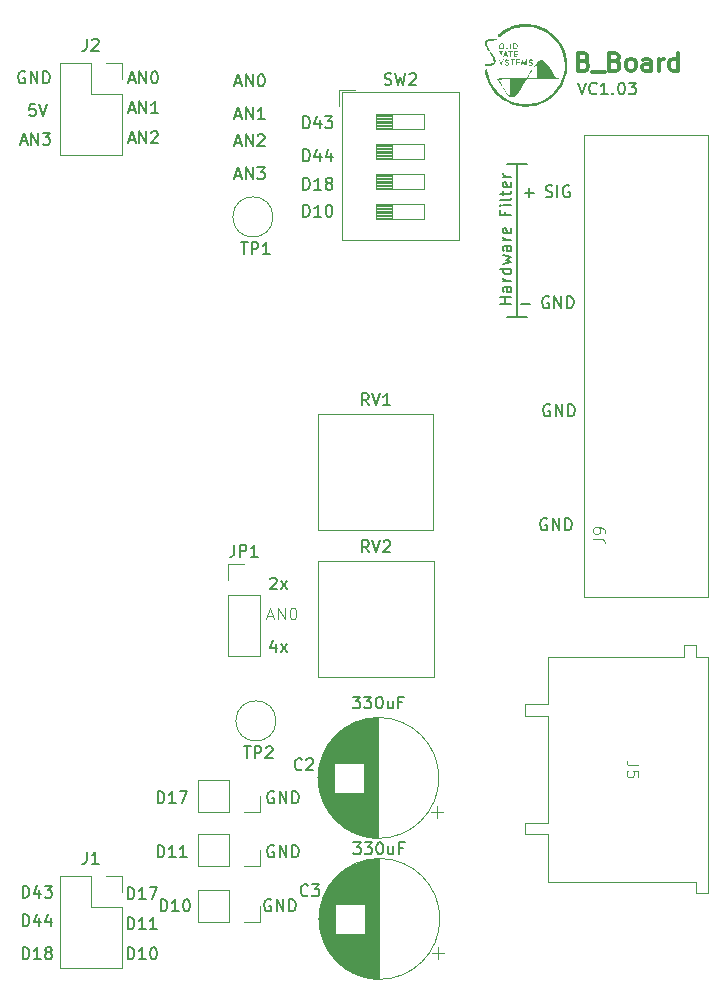
<source format=gbr>
%TF.GenerationSoftware,KiCad,Pcbnew,(7.0.0)*%
%TF.CreationDate,2024-02-24T11:01:10-08:00*%
%TF.ProjectId,Bottom_Board,426f7474-6f6d-45f4-926f-6172642e6b69,0*%
%TF.SameCoordinates,Original*%
%TF.FileFunction,Legend,Top*%
%TF.FilePolarity,Positive*%
%FSLAX46Y46*%
G04 Gerber Fmt 4.6, Leading zero omitted, Abs format (unit mm)*
G04 Created by KiCad (PCBNEW (7.0.0)) date 2024-02-24 11:01:10*
%MOMM*%
%LPD*%
G01*
G04 APERTURE LIST*
%ADD10C,0.150000*%
%ADD11C,0.300000*%
%ADD12C,0.187500*%
%ADD13C,0.125000*%
%ADD14C,0.100000*%
%ADD15C,0.120000*%
G04 APERTURE END LIST*
D10*
X159321500Y-88519000D02*
X157670500Y-88519000D01*
X158496000Y-88519000D02*
X158496000Y-75565000D01*
X159321500Y-75565000D02*
X157670500Y-75565000D01*
X134651905Y-76535666D02*
X135128095Y-76535666D01*
X134556667Y-76821380D02*
X134890000Y-75821380D01*
X134890000Y-75821380D02*
X135223333Y-76821380D01*
X135556667Y-76821380D02*
X135556667Y-75821380D01*
X135556667Y-75821380D02*
X136128095Y-76821380D01*
X136128095Y-76821380D02*
X136128095Y-75821380D01*
X136509048Y-75821380D02*
X137128095Y-75821380D01*
X137128095Y-75821380D02*
X136794762Y-76202333D01*
X136794762Y-76202333D02*
X136937619Y-76202333D01*
X136937619Y-76202333D02*
X137032857Y-76249952D01*
X137032857Y-76249952D02*
X137080476Y-76297571D01*
X137080476Y-76297571D02*
X137128095Y-76392809D01*
X137128095Y-76392809D02*
X137128095Y-76630904D01*
X137128095Y-76630904D02*
X137080476Y-76726142D01*
X137080476Y-76726142D02*
X137032857Y-76773761D01*
X137032857Y-76773761D02*
X136937619Y-76821380D01*
X136937619Y-76821380D02*
X136651905Y-76821380D01*
X136651905Y-76821380D02*
X136556667Y-76773761D01*
X136556667Y-76773761D02*
X136509048Y-76726142D01*
X117716323Y-70461980D02*
X117240133Y-70461980D01*
X117240133Y-70461980D02*
X117192514Y-70938171D01*
X117192514Y-70938171D02*
X117240133Y-70890552D01*
X117240133Y-70890552D02*
X117335371Y-70842933D01*
X117335371Y-70842933D02*
X117573466Y-70842933D01*
X117573466Y-70842933D02*
X117668704Y-70890552D01*
X117668704Y-70890552D02*
X117716323Y-70938171D01*
X117716323Y-70938171D02*
X117763942Y-71033409D01*
X117763942Y-71033409D02*
X117763942Y-71271504D01*
X117763942Y-71271504D02*
X117716323Y-71366742D01*
X117716323Y-71366742D02*
X117668704Y-71414361D01*
X117668704Y-71414361D02*
X117573466Y-71461980D01*
X117573466Y-71461980D02*
X117335371Y-71461980D01*
X117335371Y-71461980D02*
X117240133Y-71414361D01*
X117240133Y-71414361D02*
X117192514Y-71366742D01*
X118049657Y-70461980D02*
X118382990Y-71461980D01*
X118382990Y-71461980D02*
X118716323Y-70461980D01*
X163671238Y-68632380D02*
X164004571Y-69632380D01*
X164004571Y-69632380D02*
X164337904Y-68632380D01*
X165242666Y-69537142D02*
X165195047Y-69584761D01*
X165195047Y-69584761D02*
X165052190Y-69632380D01*
X165052190Y-69632380D02*
X164956952Y-69632380D01*
X164956952Y-69632380D02*
X164814095Y-69584761D01*
X164814095Y-69584761D02*
X164718857Y-69489523D01*
X164718857Y-69489523D02*
X164671238Y-69394285D01*
X164671238Y-69394285D02*
X164623619Y-69203809D01*
X164623619Y-69203809D02*
X164623619Y-69060952D01*
X164623619Y-69060952D02*
X164671238Y-68870476D01*
X164671238Y-68870476D02*
X164718857Y-68775238D01*
X164718857Y-68775238D02*
X164814095Y-68680000D01*
X164814095Y-68680000D02*
X164956952Y-68632380D01*
X164956952Y-68632380D02*
X165052190Y-68632380D01*
X165052190Y-68632380D02*
X165195047Y-68680000D01*
X165195047Y-68680000D02*
X165242666Y-68727619D01*
X166195047Y-69632380D02*
X165623619Y-69632380D01*
X165909333Y-69632380D02*
X165909333Y-68632380D01*
X165909333Y-68632380D02*
X165814095Y-68775238D01*
X165814095Y-68775238D02*
X165718857Y-68870476D01*
X165718857Y-68870476D02*
X165623619Y-68918095D01*
X166623619Y-69537142D02*
X166671238Y-69584761D01*
X166671238Y-69584761D02*
X166623619Y-69632380D01*
X166623619Y-69632380D02*
X166576000Y-69584761D01*
X166576000Y-69584761D02*
X166623619Y-69537142D01*
X166623619Y-69537142D02*
X166623619Y-69632380D01*
X167290285Y-68632380D02*
X167385523Y-68632380D01*
X167385523Y-68632380D02*
X167480761Y-68680000D01*
X167480761Y-68680000D02*
X167528380Y-68727619D01*
X167528380Y-68727619D02*
X167575999Y-68822857D01*
X167575999Y-68822857D02*
X167623618Y-69013333D01*
X167623618Y-69013333D02*
X167623618Y-69251428D01*
X167623618Y-69251428D02*
X167575999Y-69441904D01*
X167575999Y-69441904D02*
X167528380Y-69537142D01*
X167528380Y-69537142D02*
X167480761Y-69584761D01*
X167480761Y-69584761D02*
X167385523Y-69632380D01*
X167385523Y-69632380D02*
X167290285Y-69632380D01*
X167290285Y-69632380D02*
X167195047Y-69584761D01*
X167195047Y-69584761D02*
X167147428Y-69537142D01*
X167147428Y-69537142D02*
X167099809Y-69441904D01*
X167099809Y-69441904D02*
X167052190Y-69251428D01*
X167052190Y-69251428D02*
X167052190Y-69013333D01*
X167052190Y-69013333D02*
X167099809Y-68822857D01*
X167099809Y-68822857D02*
X167147428Y-68727619D01*
X167147428Y-68727619D02*
X167195047Y-68680000D01*
X167195047Y-68680000D02*
X167290285Y-68632380D01*
X167956952Y-68632380D02*
X168575999Y-68632380D01*
X168575999Y-68632380D02*
X168242666Y-69013333D01*
X168242666Y-69013333D02*
X168385523Y-69013333D01*
X168385523Y-69013333D02*
X168480761Y-69060952D01*
X168480761Y-69060952D02*
X168528380Y-69108571D01*
X168528380Y-69108571D02*
X168575999Y-69203809D01*
X168575999Y-69203809D02*
X168575999Y-69441904D01*
X168575999Y-69441904D02*
X168528380Y-69537142D01*
X168528380Y-69537142D02*
X168480761Y-69584761D01*
X168480761Y-69584761D02*
X168385523Y-69632380D01*
X168385523Y-69632380D02*
X168099809Y-69632380D01*
X168099809Y-69632380D02*
X168004571Y-69584761D01*
X168004571Y-69584761D02*
X167956952Y-69537142D01*
X125531714Y-142861380D02*
X125531714Y-141861380D01*
X125531714Y-141861380D02*
X125769809Y-141861380D01*
X125769809Y-141861380D02*
X125912666Y-141909000D01*
X125912666Y-141909000D02*
X126007904Y-142004238D01*
X126007904Y-142004238D02*
X126055523Y-142099476D01*
X126055523Y-142099476D02*
X126103142Y-142289952D01*
X126103142Y-142289952D02*
X126103142Y-142432809D01*
X126103142Y-142432809D02*
X126055523Y-142623285D01*
X126055523Y-142623285D02*
X126007904Y-142718523D01*
X126007904Y-142718523D02*
X125912666Y-142813761D01*
X125912666Y-142813761D02*
X125769809Y-142861380D01*
X125769809Y-142861380D02*
X125531714Y-142861380D01*
X127055523Y-142861380D02*
X126484095Y-142861380D01*
X126769809Y-142861380D02*
X126769809Y-141861380D01*
X126769809Y-141861380D02*
X126674571Y-142004238D01*
X126674571Y-142004238D02*
X126579333Y-142099476D01*
X126579333Y-142099476D02*
X126484095Y-142147095D01*
X127674571Y-141861380D02*
X127769809Y-141861380D01*
X127769809Y-141861380D02*
X127865047Y-141909000D01*
X127865047Y-141909000D02*
X127912666Y-141956619D01*
X127912666Y-141956619D02*
X127960285Y-142051857D01*
X127960285Y-142051857D02*
X128007904Y-142242333D01*
X128007904Y-142242333D02*
X128007904Y-142480428D01*
X128007904Y-142480428D02*
X127960285Y-142670904D01*
X127960285Y-142670904D02*
X127912666Y-142766142D01*
X127912666Y-142766142D02*
X127865047Y-142813761D01*
X127865047Y-142813761D02*
X127769809Y-142861380D01*
X127769809Y-142861380D02*
X127674571Y-142861380D01*
X127674571Y-142861380D02*
X127579333Y-142813761D01*
X127579333Y-142813761D02*
X127531714Y-142766142D01*
X127531714Y-142766142D02*
X127484095Y-142670904D01*
X127484095Y-142670904D02*
X127436476Y-142480428D01*
X127436476Y-142480428D02*
X127436476Y-142242333D01*
X127436476Y-142242333D02*
X127484095Y-142051857D01*
X127484095Y-142051857D02*
X127531714Y-141956619D01*
X127531714Y-141956619D02*
X127579333Y-141909000D01*
X127579333Y-141909000D02*
X127674571Y-141861380D01*
X134651905Y-68661666D02*
X135128095Y-68661666D01*
X134556667Y-68947380D02*
X134890000Y-67947380D01*
X134890000Y-67947380D02*
X135223333Y-68947380D01*
X135556667Y-68947380D02*
X135556667Y-67947380D01*
X135556667Y-67947380D02*
X136128095Y-68947380D01*
X136128095Y-68947380D02*
X136128095Y-67947380D01*
X136794762Y-67947380D02*
X136890000Y-67947380D01*
X136890000Y-67947380D02*
X136985238Y-67995000D01*
X136985238Y-67995000D02*
X137032857Y-68042619D01*
X137032857Y-68042619D02*
X137080476Y-68137857D01*
X137080476Y-68137857D02*
X137128095Y-68328333D01*
X137128095Y-68328333D02*
X137128095Y-68566428D01*
X137128095Y-68566428D02*
X137080476Y-68756904D01*
X137080476Y-68756904D02*
X137032857Y-68852142D01*
X137032857Y-68852142D02*
X136985238Y-68899761D01*
X136985238Y-68899761D02*
X136890000Y-68947380D01*
X136890000Y-68947380D02*
X136794762Y-68947380D01*
X136794762Y-68947380D02*
X136699524Y-68899761D01*
X136699524Y-68899761D02*
X136651905Y-68852142D01*
X136651905Y-68852142D02*
X136604286Y-68756904D01*
X136604286Y-68756904D02*
X136556667Y-68566428D01*
X136556667Y-68566428D02*
X136556667Y-68328333D01*
X136556667Y-68328333D02*
X136604286Y-68137857D01*
X136604286Y-68137857D02*
X136651905Y-68042619D01*
X136651905Y-68042619D02*
X136699524Y-67995000D01*
X136699524Y-67995000D02*
X136794762Y-67947380D01*
X116840095Y-67741000D02*
X116744857Y-67693380D01*
X116744857Y-67693380D02*
X116602000Y-67693380D01*
X116602000Y-67693380D02*
X116459143Y-67741000D01*
X116459143Y-67741000D02*
X116363905Y-67836238D01*
X116363905Y-67836238D02*
X116316286Y-67931476D01*
X116316286Y-67931476D02*
X116268667Y-68121952D01*
X116268667Y-68121952D02*
X116268667Y-68264809D01*
X116268667Y-68264809D02*
X116316286Y-68455285D01*
X116316286Y-68455285D02*
X116363905Y-68550523D01*
X116363905Y-68550523D02*
X116459143Y-68645761D01*
X116459143Y-68645761D02*
X116602000Y-68693380D01*
X116602000Y-68693380D02*
X116697238Y-68693380D01*
X116697238Y-68693380D02*
X116840095Y-68645761D01*
X116840095Y-68645761D02*
X116887714Y-68598142D01*
X116887714Y-68598142D02*
X116887714Y-68264809D01*
X116887714Y-68264809D02*
X116697238Y-68264809D01*
X117316286Y-68693380D02*
X117316286Y-67693380D01*
X117316286Y-67693380D02*
X117887714Y-68693380D01*
X117887714Y-68693380D02*
X117887714Y-67693380D01*
X118363905Y-68693380D02*
X118363905Y-67693380D01*
X118363905Y-67693380D02*
X118602000Y-67693380D01*
X118602000Y-67693380D02*
X118744857Y-67741000D01*
X118744857Y-67741000D02*
X118840095Y-67836238D01*
X118840095Y-67836238D02*
X118887714Y-67931476D01*
X118887714Y-67931476D02*
X118935333Y-68121952D01*
X118935333Y-68121952D02*
X118935333Y-68264809D01*
X118935333Y-68264809D02*
X118887714Y-68455285D01*
X118887714Y-68455285D02*
X118840095Y-68550523D01*
X118840095Y-68550523D02*
X118744857Y-68645761D01*
X118744857Y-68645761D02*
X118602000Y-68693380D01*
X118602000Y-68693380D02*
X118363905Y-68693380D01*
X125634905Y-73487666D02*
X126111095Y-73487666D01*
X125539667Y-73773380D02*
X125873000Y-72773380D01*
X125873000Y-72773380D02*
X126206333Y-73773380D01*
X126539667Y-73773380D02*
X126539667Y-72773380D01*
X126539667Y-72773380D02*
X127111095Y-73773380D01*
X127111095Y-73773380D02*
X127111095Y-72773380D01*
X127539667Y-72868619D02*
X127587286Y-72821000D01*
X127587286Y-72821000D02*
X127682524Y-72773380D01*
X127682524Y-72773380D02*
X127920619Y-72773380D01*
X127920619Y-72773380D02*
X128015857Y-72821000D01*
X128015857Y-72821000D02*
X128063476Y-72868619D01*
X128063476Y-72868619D02*
X128111095Y-72963857D01*
X128111095Y-72963857D02*
X128111095Y-73059095D01*
X128111095Y-73059095D02*
X128063476Y-73201952D01*
X128063476Y-73201952D02*
X127492048Y-73773380D01*
X127492048Y-73773380D02*
X128111095Y-73773380D01*
X140390714Y-72503380D02*
X140390714Y-71503380D01*
X140390714Y-71503380D02*
X140628809Y-71503380D01*
X140628809Y-71503380D02*
X140771666Y-71551000D01*
X140771666Y-71551000D02*
X140866904Y-71646238D01*
X140866904Y-71646238D02*
X140914523Y-71741476D01*
X140914523Y-71741476D02*
X140962142Y-71931952D01*
X140962142Y-71931952D02*
X140962142Y-72074809D01*
X140962142Y-72074809D02*
X140914523Y-72265285D01*
X140914523Y-72265285D02*
X140866904Y-72360523D01*
X140866904Y-72360523D02*
X140771666Y-72455761D01*
X140771666Y-72455761D02*
X140628809Y-72503380D01*
X140628809Y-72503380D02*
X140390714Y-72503380D01*
X141819285Y-71836714D02*
X141819285Y-72503380D01*
X141581190Y-71455761D02*
X141343095Y-72170047D01*
X141343095Y-72170047D02*
X141962142Y-72170047D01*
X142247857Y-71503380D02*
X142866904Y-71503380D01*
X142866904Y-71503380D02*
X142533571Y-71884333D01*
X142533571Y-71884333D02*
X142676428Y-71884333D01*
X142676428Y-71884333D02*
X142771666Y-71931952D01*
X142771666Y-71931952D02*
X142819285Y-71979571D01*
X142819285Y-71979571D02*
X142866904Y-72074809D01*
X142866904Y-72074809D02*
X142866904Y-72312904D01*
X142866904Y-72312904D02*
X142819285Y-72408142D01*
X142819285Y-72408142D02*
X142771666Y-72455761D01*
X142771666Y-72455761D02*
X142676428Y-72503380D01*
X142676428Y-72503380D02*
X142390714Y-72503380D01*
X142390714Y-72503380D02*
X142295476Y-72455761D01*
X142295476Y-72455761D02*
X142247857Y-72408142D01*
X128071714Y-129653380D02*
X128071714Y-128653380D01*
X128071714Y-128653380D02*
X128309809Y-128653380D01*
X128309809Y-128653380D02*
X128452666Y-128701000D01*
X128452666Y-128701000D02*
X128547904Y-128796238D01*
X128547904Y-128796238D02*
X128595523Y-128891476D01*
X128595523Y-128891476D02*
X128643142Y-129081952D01*
X128643142Y-129081952D02*
X128643142Y-129224809D01*
X128643142Y-129224809D02*
X128595523Y-129415285D01*
X128595523Y-129415285D02*
X128547904Y-129510523D01*
X128547904Y-129510523D02*
X128452666Y-129605761D01*
X128452666Y-129605761D02*
X128309809Y-129653380D01*
X128309809Y-129653380D02*
X128071714Y-129653380D01*
X129595523Y-129653380D02*
X129024095Y-129653380D01*
X129309809Y-129653380D02*
X129309809Y-128653380D01*
X129309809Y-128653380D02*
X129214571Y-128796238D01*
X129214571Y-128796238D02*
X129119333Y-128891476D01*
X129119333Y-128891476D02*
X129024095Y-128939095D01*
X129928857Y-128653380D02*
X130595523Y-128653380D01*
X130595523Y-128653380D02*
X130166952Y-129653380D01*
X125634905Y-70947666D02*
X126111095Y-70947666D01*
X125539667Y-71233380D02*
X125873000Y-70233380D01*
X125873000Y-70233380D02*
X126206333Y-71233380D01*
X126539667Y-71233380D02*
X126539667Y-70233380D01*
X126539667Y-70233380D02*
X127111095Y-71233380D01*
X127111095Y-71233380D02*
X127111095Y-70233380D01*
X128111095Y-71233380D02*
X127539667Y-71233380D01*
X127825381Y-71233380D02*
X127825381Y-70233380D01*
X127825381Y-70233380D02*
X127730143Y-70376238D01*
X127730143Y-70376238D02*
X127634905Y-70471476D01*
X127634905Y-70471476D02*
X127539667Y-70519095D01*
D11*
X164179142Y-66832857D02*
X164393428Y-66904285D01*
X164393428Y-66904285D02*
X164464857Y-66975714D01*
X164464857Y-66975714D02*
X164536285Y-67118571D01*
X164536285Y-67118571D02*
X164536285Y-67332857D01*
X164536285Y-67332857D02*
X164464857Y-67475714D01*
X164464857Y-67475714D02*
X164393428Y-67547142D01*
X164393428Y-67547142D02*
X164250571Y-67618571D01*
X164250571Y-67618571D02*
X163679142Y-67618571D01*
X163679142Y-67618571D02*
X163679142Y-66118571D01*
X163679142Y-66118571D02*
X164179142Y-66118571D01*
X164179142Y-66118571D02*
X164322000Y-66190000D01*
X164322000Y-66190000D02*
X164393428Y-66261428D01*
X164393428Y-66261428D02*
X164464857Y-66404285D01*
X164464857Y-66404285D02*
X164464857Y-66547142D01*
X164464857Y-66547142D02*
X164393428Y-66690000D01*
X164393428Y-66690000D02*
X164322000Y-66761428D01*
X164322000Y-66761428D02*
X164179142Y-66832857D01*
X164179142Y-66832857D02*
X163679142Y-66832857D01*
X164822000Y-67761428D02*
X165964857Y-67761428D01*
X166821999Y-66832857D02*
X167036285Y-66904285D01*
X167036285Y-66904285D02*
X167107714Y-66975714D01*
X167107714Y-66975714D02*
X167179142Y-67118571D01*
X167179142Y-67118571D02*
X167179142Y-67332857D01*
X167179142Y-67332857D02*
X167107714Y-67475714D01*
X167107714Y-67475714D02*
X167036285Y-67547142D01*
X167036285Y-67547142D02*
X166893428Y-67618571D01*
X166893428Y-67618571D02*
X166321999Y-67618571D01*
X166321999Y-67618571D02*
X166321999Y-66118571D01*
X166321999Y-66118571D02*
X166821999Y-66118571D01*
X166821999Y-66118571D02*
X166964857Y-66190000D01*
X166964857Y-66190000D02*
X167036285Y-66261428D01*
X167036285Y-66261428D02*
X167107714Y-66404285D01*
X167107714Y-66404285D02*
X167107714Y-66547142D01*
X167107714Y-66547142D02*
X167036285Y-66690000D01*
X167036285Y-66690000D02*
X166964857Y-66761428D01*
X166964857Y-66761428D02*
X166821999Y-66832857D01*
X166821999Y-66832857D02*
X166321999Y-66832857D01*
X168036285Y-67618571D02*
X167893428Y-67547142D01*
X167893428Y-67547142D02*
X167821999Y-67475714D01*
X167821999Y-67475714D02*
X167750571Y-67332857D01*
X167750571Y-67332857D02*
X167750571Y-66904285D01*
X167750571Y-66904285D02*
X167821999Y-66761428D01*
X167821999Y-66761428D02*
X167893428Y-66690000D01*
X167893428Y-66690000D02*
X168036285Y-66618571D01*
X168036285Y-66618571D02*
X168250571Y-66618571D01*
X168250571Y-66618571D02*
X168393428Y-66690000D01*
X168393428Y-66690000D02*
X168464857Y-66761428D01*
X168464857Y-66761428D02*
X168536285Y-66904285D01*
X168536285Y-66904285D02*
X168536285Y-67332857D01*
X168536285Y-67332857D02*
X168464857Y-67475714D01*
X168464857Y-67475714D02*
X168393428Y-67547142D01*
X168393428Y-67547142D02*
X168250571Y-67618571D01*
X168250571Y-67618571D02*
X168036285Y-67618571D01*
X169822000Y-67618571D02*
X169822000Y-66832857D01*
X169822000Y-66832857D02*
X169750571Y-66690000D01*
X169750571Y-66690000D02*
X169607714Y-66618571D01*
X169607714Y-66618571D02*
X169322000Y-66618571D01*
X169322000Y-66618571D02*
X169179142Y-66690000D01*
X169822000Y-67547142D02*
X169679142Y-67618571D01*
X169679142Y-67618571D02*
X169322000Y-67618571D01*
X169322000Y-67618571D02*
X169179142Y-67547142D01*
X169179142Y-67547142D02*
X169107714Y-67404285D01*
X169107714Y-67404285D02*
X169107714Y-67261428D01*
X169107714Y-67261428D02*
X169179142Y-67118571D01*
X169179142Y-67118571D02*
X169322000Y-67047142D01*
X169322000Y-67047142D02*
X169679142Y-67047142D01*
X169679142Y-67047142D02*
X169822000Y-66975714D01*
X170536285Y-67618571D02*
X170536285Y-66618571D01*
X170536285Y-66904285D02*
X170607714Y-66761428D01*
X170607714Y-66761428D02*
X170679143Y-66690000D01*
X170679143Y-66690000D02*
X170822000Y-66618571D01*
X170822000Y-66618571D02*
X170964857Y-66618571D01*
X172107714Y-67618571D02*
X172107714Y-66118571D01*
X172107714Y-67547142D02*
X171964856Y-67618571D01*
X171964856Y-67618571D02*
X171679142Y-67618571D01*
X171679142Y-67618571D02*
X171536285Y-67547142D01*
X171536285Y-67547142D02*
X171464856Y-67475714D01*
X171464856Y-67475714D02*
X171393428Y-67332857D01*
X171393428Y-67332857D02*
X171393428Y-66904285D01*
X171393428Y-66904285D02*
X171464856Y-66761428D01*
X171464856Y-66761428D02*
X171536285Y-66690000D01*
X171536285Y-66690000D02*
X171679142Y-66618571D01*
X171679142Y-66618571D02*
X171964856Y-66618571D01*
X171964856Y-66618571D02*
X172107714Y-66690000D01*
D10*
X140390714Y-79996380D02*
X140390714Y-78996380D01*
X140390714Y-78996380D02*
X140628809Y-78996380D01*
X140628809Y-78996380D02*
X140771666Y-79044000D01*
X140771666Y-79044000D02*
X140866904Y-79139238D01*
X140866904Y-79139238D02*
X140914523Y-79234476D01*
X140914523Y-79234476D02*
X140962142Y-79424952D01*
X140962142Y-79424952D02*
X140962142Y-79567809D01*
X140962142Y-79567809D02*
X140914523Y-79758285D01*
X140914523Y-79758285D02*
X140866904Y-79853523D01*
X140866904Y-79853523D02*
X140771666Y-79948761D01*
X140771666Y-79948761D02*
X140628809Y-79996380D01*
X140628809Y-79996380D02*
X140390714Y-79996380D01*
X141914523Y-79996380D02*
X141343095Y-79996380D01*
X141628809Y-79996380D02*
X141628809Y-78996380D01*
X141628809Y-78996380D02*
X141533571Y-79139238D01*
X141533571Y-79139238D02*
X141438333Y-79234476D01*
X141438333Y-79234476D02*
X141343095Y-79282095D01*
X142533571Y-78996380D02*
X142628809Y-78996380D01*
X142628809Y-78996380D02*
X142724047Y-79044000D01*
X142724047Y-79044000D02*
X142771666Y-79091619D01*
X142771666Y-79091619D02*
X142819285Y-79186857D01*
X142819285Y-79186857D02*
X142866904Y-79377333D01*
X142866904Y-79377333D02*
X142866904Y-79615428D01*
X142866904Y-79615428D02*
X142819285Y-79805904D01*
X142819285Y-79805904D02*
X142771666Y-79901142D01*
X142771666Y-79901142D02*
X142724047Y-79948761D01*
X142724047Y-79948761D02*
X142628809Y-79996380D01*
X142628809Y-79996380D02*
X142533571Y-79996380D01*
X142533571Y-79996380D02*
X142438333Y-79948761D01*
X142438333Y-79948761D02*
X142390714Y-79901142D01*
X142390714Y-79901142D02*
X142343095Y-79805904D01*
X142343095Y-79805904D02*
X142295476Y-79615428D01*
X142295476Y-79615428D02*
X142295476Y-79377333D01*
X142295476Y-79377333D02*
X142343095Y-79186857D01*
X142343095Y-79186857D02*
X142390714Y-79091619D01*
X142390714Y-79091619D02*
X142438333Y-79044000D01*
X142438333Y-79044000D02*
X142533571Y-78996380D01*
X161036095Y-105587000D02*
X160940857Y-105539380D01*
X160940857Y-105539380D02*
X160798000Y-105539380D01*
X160798000Y-105539380D02*
X160655143Y-105587000D01*
X160655143Y-105587000D02*
X160559905Y-105682238D01*
X160559905Y-105682238D02*
X160512286Y-105777476D01*
X160512286Y-105777476D02*
X160464667Y-105967952D01*
X160464667Y-105967952D02*
X160464667Y-106110809D01*
X160464667Y-106110809D02*
X160512286Y-106301285D01*
X160512286Y-106301285D02*
X160559905Y-106396523D01*
X160559905Y-106396523D02*
X160655143Y-106491761D01*
X160655143Y-106491761D02*
X160798000Y-106539380D01*
X160798000Y-106539380D02*
X160893238Y-106539380D01*
X160893238Y-106539380D02*
X161036095Y-106491761D01*
X161036095Y-106491761D02*
X161083714Y-106444142D01*
X161083714Y-106444142D02*
X161083714Y-106110809D01*
X161083714Y-106110809D02*
X160893238Y-106110809D01*
X161512286Y-106539380D02*
X161512286Y-105539380D01*
X161512286Y-105539380D02*
X162083714Y-106539380D01*
X162083714Y-106539380D02*
X162083714Y-105539380D01*
X162559905Y-106539380D02*
X162559905Y-105539380D01*
X162559905Y-105539380D02*
X162798000Y-105539380D01*
X162798000Y-105539380D02*
X162940857Y-105587000D01*
X162940857Y-105587000D02*
X163036095Y-105682238D01*
X163036095Y-105682238D02*
X163083714Y-105777476D01*
X163083714Y-105777476D02*
X163131333Y-105967952D01*
X163131333Y-105967952D02*
X163131333Y-106110809D01*
X163131333Y-106110809D02*
X163083714Y-106301285D01*
X163083714Y-106301285D02*
X163036095Y-106396523D01*
X163036095Y-106396523D02*
X162940857Y-106491761D01*
X162940857Y-106491761D02*
X162798000Y-106539380D01*
X162798000Y-106539380D02*
X162559905Y-106539380D01*
X161290095Y-95935000D02*
X161194857Y-95887380D01*
X161194857Y-95887380D02*
X161052000Y-95887380D01*
X161052000Y-95887380D02*
X160909143Y-95935000D01*
X160909143Y-95935000D02*
X160813905Y-96030238D01*
X160813905Y-96030238D02*
X160766286Y-96125476D01*
X160766286Y-96125476D02*
X160718667Y-96315952D01*
X160718667Y-96315952D02*
X160718667Y-96458809D01*
X160718667Y-96458809D02*
X160766286Y-96649285D01*
X160766286Y-96649285D02*
X160813905Y-96744523D01*
X160813905Y-96744523D02*
X160909143Y-96839761D01*
X160909143Y-96839761D02*
X161052000Y-96887380D01*
X161052000Y-96887380D02*
X161147238Y-96887380D01*
X161147238Y-96887380D02*
X161290095Y-96839761D01*
X161290095Y-96839761D02*
X161337714Y-96792142D01*
X161337714Y-96792142D02*
X161337714Y-96458809D01*
X161337714Y-96458809D02*
X161147238Y-96458809D01*
X161766286Y-96887380D02*
X161766286Y-95887380D01*
X161766286Y-95887380D02*
X162337714Y-96887380D01*
X162337714Y-96887380D02*
X162337714Y-95887380D01*
X162813905Y-96887380D02*
X162813905Y-95887380D01*
X162813905Y-95887380D02*
X163052000Y-95887380D01*
X163052000Y-95887380D02*
X163194857Y-95935000D01*
X163194857Y-95935000D02*
X163290095Y-96030238D01*
X163290095Y-96030238D02*
X163337714Y-96125476D01*
X163337714Y-96125476D02*
X163385333Y-96315952D01*
X163385333Y-96315952D02*
X163385333Y-96458809D01*
X163385333Y-96458809D02*
X163337714Y-96649285D01*
X163337714Y-96649285D02*
X163290095Y-96744523D01*
X163290095Y-96744523D02*
X163194857Y-96839761D01*
X163194857Y-96839761D02*
X163052000Y-96887380D01*
X163052000Y-96887380D02*
X162813905Y-96887380D01*
D12*
X138080666Y-116209714D02*
X138080666Y-116876380D01*
X137842571Y-115828761D02*
X137604476Y-116543047D01*
X137604476Y-116543047D02*
X138223523Y-116543047D01*
X138509238Y-116876380D02*
X139033047Y-116209714D01*
X138509238Y-116209714D02*
X139033047Y-116876380D01*
D10*
X116490905Y-73614666D02*
X116967095Y-73614666D01*
X116395667Y-73900380D02*
X116729000Y-72900380D01*
X116729000Y-72900380D02*
X117062333Y-73900380D01*
X117395667Y-73900380D02*
X117395667Y-72900380D01*
X117395667Y-72900380D02*
X117967095Y-73900380D01*
X117967095Y-73900380D02*
X117967095Y-72900380D01*
X118348048Y-72900380D02*
X118967095Y-72900380D01*
X118967095Y-72900380D02*
X118633762Y-73281333D01*
X118633762Y-73281333D02*
X118776619Y-73281333D01*
X118776619Y-73281333D02*
X118871857Y-73328952D01*
X118871857Y-73328952D02*
X118919476Y-73376571D01*
X118919476Y-73376571D02*
X118967095Y-73471809D01*
X118967095Y-73471809D02*
X118967095Y-73709904D01*
X118967095Y-73709904D02*
X118919476Y-73805142D01*
X118919476Y-73805142D02*
X118871857Y-73852761D01*
X118871857Y-73852761D02*
X118776619Y-73900380D01*
X118776619Y-73900380D02*
X118490905Y-73900380D01*
X118490905Y-73900380D02*
X118395667Y-73852761D01*
X118395667Y-73852761D02*
X118348048Y-73805142D01*
X140390714Y-77710380D02*
X140390714Y-76710380D01*
X140390714Y-76710380D02*
X140628809Y-76710380D01*
X140628809Y-76710380D02*
X140771666Y-76758000D01*
X140771666Y-76758000D02*
X140866904Y-76853238D01*
X140866904Y-76853238D02*
X140914523Y-76948476D01*
X140914523Y-76948476D02*
X140962142Y-77138952D01*
X140962142Y-77138952D02*
X140962142Y-77281809D01*
X140962142Y-77281809D02*
X140914523Y-77472285D01*
X140914523Y-77472285D02*
X140866904Y-77567523D01*
X140866904Y-77567523D02*
X140771666Y-77662761D01*
X140771666Y-77662761D02*
X140628809Y-77710380D01*
X140628809Y-77710380D02*
X140390714Y-77710380D01*
X141914523Y-77710380D02*
X141343095Y-77710380D01*
X141628809Y-77710380D02*
X141628809Y-76710380D01*
X141628809Y-76710380D02*
X141533571Y-76853238D01*
X141533571Y-76853238D02*
X141438333Y-76948476D01*
X141438333Y-76948476D02*
X141343095Y-76996095D01*
X142485952Y-77138952D02*
X142390714Y-77091333D01*
X142390714Y-77091333D02*
X142343095Y-77043714D01*
X142343095Y-77043714D02*
X142295476Y-76948476D01*
X142295476Y-76948476D02*
X142295476Y-76900857D01*
X142295476Y-76900857D02*
X142343095Y-76805619D01*
X142343095Y-76805619D02*
X142390714Y-76758000D01*
X142390714Y-76758000D02*
X142485952Y-76710380D01*
X142485952Y-76710380D02*
X142676428Y-76710380D01*
X142676428Y-76710380D02*
X142771666Y-76758000D01*
X142771666Y-76758000D02*
X142819285Y-76805619D01*
X142819285Y-76805619D02*
X142866904Y-76900857D01*
X142866904Y-76900857D02*
X142866904Y-76948476D01*
X142866904Y-76948476D02*
X142819285Y-77043714D01*
X142819285Y-77043714D02*
X142771666Y-77091333D01*
X142771666Y-77091333D02*
X142676428Y-77138952D01*
X142676428Y-77138952D02*
X142485952Y-77138952D01*
X142485952Y-77138952D02*
X142390714Y-77186571D01*
X142390714Y-77186571D02*
X142343095Y-77234190D01*
X142343095Y-77234190D02*
X142295476Y-77329428D01*
X142295476Y-77329428D02*
X142295476Y-77519904D01*
X142295476Y-77519904D02*
X142343095Y-77615142D01*
X142343095Y-77615142D02*
X142390714Y-77662761D01*
X142390714Y-77662761D02*
X142485952Y-77710380D01*
X142485952Y-77710380D02*
X142676428Y-77710380D01*
X142676428Y-77710380D02*
X142771666Y-77662761D01*
X142771666Y-77662761D02*
X142819285Y-77615142D01*
X142819285Y-77615142D02*
X142866904Y-77519904D01*
X142866904Y-77519904D02*
X142866904Y-77329428D01*
X142866904Y-77329428D02*
X142819285Y-77234190D01*
X142819285Y-77234190D02*
X142771666Y-77186571D01*
X142771666Y-77186571D02*
X142676428Y-77138952D01*
X158024380Y-87391904D02*
X157024380Y-87391904D01*
X157500571Y-87391904D02*
X157500571Y-86820476D01*
X158024380Y-86820476D02*
X157024380Y-86820476D01*
X158024380Y-85915714D02*
X157500571Y-85915714D01*
X157500571Y-85915714D02*
X157405333Y-85963333D01*
X157405333Y-85963333D02*
X157357714Y-86058571D01*
X157357714Y-86058571D02*
X157357714Y-86249047D01*
X157357714Y-86249047D02*
X157405333Y-86344285D01*
X157976761Y-85915714D02*
X158024380Y-86010952D01*
X158024380Y-86010952D02*
X158024380Y-86249047D01*
X158024380Y-86249047D02*
X157976761Y-86344285D01*
X157976761Y-86344285D02*
X157881523Y-86391904D01*
X157881523Y-86391904D02*
X157786285Y-86391904D01*
X157786285Y-86391904D02*
X157691047Y-86344285D01*
X157691047Y-86344285D02*
X157643428Y-86249047D01*
X157643428Y-86249047D02*
X157643428Y-86010952D01*
X157643428Y-86010952D02*
X157595809Y-85915714D01*
X158024380Y-85439523D02*
X157357714Y-85439523D01*
X157548190Y-85439523D02*
X157452952Y-85391904D01*
X157452952Y-85391904D02*
X157405333Y-85344285D01*
X157405333Y-85344285D02*
X157357714Y-85249047D01*
X157357714Y-85249047D02*
X157357714Y-85153809D01*
X158024380Y-84391904D02*
X157024380Y-84391904D01*
X157976761Y-84391904D02*
X158024380Y-84487142D01*
X158024380Y-84487142D02*
X158024380Y-84677618D01*
X158024380Y-84677618D02*
X157976761Y-84772856D01*
X157976761Y-84772856D02*
X157929142Y-84820475D01*
X157929142Y-84820475D02*
X157833904Y-84868094D01*
X157833904Y-84868094D02*
X157548190Y-84868094D01*
X157548190Y-84868094D02*
X157452952Y-84820475D01*
X157452952Y-84820475D02*
X157405333Y-84772856D01*
X157405333Y-84772856D02*
X157357714Y-84677618D01*
X157357714Y-84677618D02*
X157357714Y-84487142D01*
X157357714Y-84487142D02*
X157405333Y-84391904D01*
X157357714Y-84010951D02*
X158024380Y-83820475D01*
X158024380Y-83820475D02*
X157548190Y-83629999D01*
X157548190Y-83629999D02*
X158024380Y-83439523D01*
X158024380Y-83439523D02*
X157357714Y-83249047D01*
X158024380Y-82439523D02*
X157500571Y-82439523D01*
X157500571Y-82439523D02*
X157405333Y-82487142D01*
X157405333Y-82487142D02*
X157357714Y-82582380D01*
X157357714Y-82582380D02*
X157357714Y-82772856D01*
X157357714Y-82772856D02*
X157405333Y-82868094D01*
X157976761Y-82439523D02*
X158024380Y-82534761D01*
X158024380Y-82534761D02*
X158024380Y-82772856D01*
X158024380Y-82772856D02*
X157976761Y-82868094D01*
X157976761Y-82868094D02*
X157881523Y-82915713D01*
X157881523Y-82915713D02*
X157786285Y-82915713D01*
X157786285Y-82915713D02*
X157691047Y-82868094D01*
X157691047Y-82868094D02*
X157643428Y-82772856D01*
X157643428Y-82772856D02*
X157643428Y-82534761D01*
X157643428Y-82534761D02*
X157595809Y-82439523D01*
X158024380Y-81963332D02*
X157357714Y-81963332D01*
X157548190Y-81963332D02*
X157452952Y-81915713D01*
X157452952Y-81915713D02*
X157405333Y-81868094D01*
X157405333Y-81868094D02*
X157357714Y-81772856D01*
X157357714Y-81772856D02*
X157357714Y-81677618D01*
X157976761Y-80963332D02*
X158024380Y-81058570D01*
X158024380Y-81058570D02*
X158024380Y-81249046D01*
X158024380Y-81249046D02*
X157976761Y-81344284D01*
X157976761Y-81344284D02*
X157881523Y-81391903D01*
X157881523Y-81391903D02*
X157500571Y-81391903D01*
X157500571Y-81391903D02*
X157405333Y-81344284D01*
X157405333Y-81344284D02*
X157357714Y-81249046D01*
X157357714Y-81249046D02*
X157357714Y-81058570D01*
X157357714Y-81058570D02*
X157405333Y-80963332D01*
X157405333Y-80963332D02*
X157500571Y-80915713D01*
X157500571Y-80915713D02*
X157595809Y-80915713D01*
X157595809Y-80915713D02*
X157691047Y-81391903D01*
X157500571Y-79553808D02*
X157500571Y-79887141D01*
X158024380Y-79887141D02*
X157024380Y-79887141D01*
X157024380Y-79887141D02*
X157024380Y-79410951D01*
X158024380Y-79029998D02*
X157357714Y-79029998D01*
X157024380Y-79029998D02*
X157072000Y-79077617D01*
X157072000Y-79077617D02*
X157119619Y-79029998D01*
X157119619Y-79029998D02*
X157072000Y-78982379D01*
X157072000Y-78982379D02*
X157024380Y-79029998D01*
X157024380Y-79029998D02*
X157119619Y-79029998D01*
X158024380Y-78410951D02*
X157976761Y-78506189D01*
X157976761Y-78506189D02*
X157881523Y-78553808D01*
X157881523Y-78553808D02*
X157024380Y-78553808D01*
X157357714Y-78172855D02*
X157357714Y-77791903D01*
X157024380Y-78029998D02*
X157881523Y-78029998D01*
X157881523Y-78029998D02*
X157976761Y-77982379D01*
X157976761Y-77982379D02*
X158024380Y-77887141D01*
X158024380Y-77887141D02*
X158024380Y-77791903D01*
X157976761Y-77077617D02*
X158024380Y-77172855D01*
X158024380Y-77172855D02*
X158024380Y-77363331D01*
X158024380Y-77363331D02*
X157976761Y-77458569D01*
X157976761Y-77458569D02*
X157881523Y-77506188D01*
X157881523Y-77506188D02*
X157500571Y-77506188D01*
X157500571Y-77506188D02*
X157405333Y-77458569D01*
X157405333Y-77458569D02*
X157357714Y-77363331D01*
X157357714Y-77363331D02*
X157357714Y-77172855D01*
X157357714Y-77172855D02*
X157405333Y-77077617D01*
X157405333Y-77077617D02*
X157500571Y-77029998D01*
X157500571Y-77029998D02*
X157595809Y-77029998D01*
X157595809Y-77029998D02*
X157691047Y-77506188D01*
X158024380Y-76601426D02*
X157357714Y-76601426D01*
X157548190Y-76601426D02*
X157452952Y-76553807D01*
X157452952Y-76553807D02*
X157405333Y-76506188D01*
X157405333Y-76506188D02*
X157357714Y-76410950D01*
X157357714Y-76410950D02*
X157357714Y-76315712D01*
D12*
X137604476Y-110637619D02*
X137652095Y-110590000D01*
X137652095Y-110590000D02*
X137747333Y-110542380D01*
X137747333Y-110542380D02*
X137985428Y-110542380D01*
X137985428Y-110542380D02*
X138080666Y-110590000D01*
X138080666Y-110590000D02*
X138128285Y-110637619D01*
X138128285Y-110637619D02*
X138175904Y-110732857D01*
X138175904Y-110732857D02*
X138175904Y-110828095D01*
X138175904Y-110828095D02*
X138128285Y-110970952D01*
X138128285Y-110970952D02*
X137556857Y-111542380D01*
X137556857Y-111542380D02*
X138175904Y-111542380D01*
X138509238Y-111542380D02*
X139033047Y-110875714D01*
X138509238Y-110875714D02*
X139033047Y-111542380D01*
D10*
X125531714Y-140321380D02*
X125531714Y-139321380D01*
X125531714Y-139321380D02*
X125769809Y-139321380D01*
X125769809Y-139321380D02*
X125912666Y-139369000D01*
X125912666Y-139369000D02*
X126007904Y-139464238D01*
X126007904Y-139464238D02*
X126055523Y-139559476D01*
X126055523Y-139559476D02*
X126103142Y-139749952D01*
X126103142Y-139749952D02*
X126103142Y-139892809D01*
X126103142Y-139892809D02*
X126055523Y-140083285D01*
X126055523Y-140083285D02*
X126007904Y-140178523D01*
X126007904Y-140178523D02*
X125912666Y-140273761D01*
X125912666Y-140273761D02*
X125769809Y-140321380D01*
X125769809Y-140321380D02*
X125531714Y-140321380D01*
X127055523Y-140321380D02*
X126484095Y-140321380D01*
X126769809Y-140321380D02*
X126769809Y-139321380D01*
X126769809Y-139321380D02*
X126674571Y-139464238D01*
X126674571Y-139464238D02*
X126579333Y-139559476D01*
X126579333Y-139559476D02*
X126484095Y-139607095D01*
X128007904Y-140321380D02*
X127436476Y-140321380D01*
X127722190Y-140321380D02*
X127722190Y-139321380D01*
X127722190Y-139321380D02*
X127626952Y-139464238D01*
X127626952Y-139464238D02*
X127531714Y-139559476D01*
X127531714Y-139559476D02*
X127436476Y-139607095D01*
X116641714Y-142861380D02*
X116641714Y-141861380D01*
X116641714Y-141861380D02*
X116879809Y-141861380D01*
X116879809Y-141861380D02*
X117022666Y-141909000D01*
X117022666Y-141909000D02*
X117117904Y-142004238D01*
X117117904Y-142004238D02*
X117165523Y-142099476D01*
X117165523Y-142099476D02*
X117213142Y-142289952D01*
X117213142Y-142289952D02*
X117213142Y-142432809D01*
X117213142Y-142432809D02*
X117165523Y-142623285D01*
X117165523Y-142623285D02*
X117117904Y-142718523D01*
X117117904Y-142718523D02*
X117022666Y-142813761D01*
X117022666Y-142813761D02*
X116879809Y-142861380D01*
X116879809Y-142861380D02*
X116641714Y-142861380D01*
X118165523Y-142861380D02*
X117594095Y-142861380D01*
X117879809Y-142861380D02*
X117879809Y-141861380D01*
X117879809Y-141861380D02*
X117784571Y-142004238D01*
X117784571Y-142004238D02*
X117689333Y-142099476D01*
X117689333Y-142099476D02*
X117594095Y-142147095D01*
X118736952Y-142289952D02*
X118641714Y-142242333D01*
X118641714Y-142242333D02*
X118594095Y-142194714D01*
X118594095Y-142194714D02*
X118546476Y-142099476D01*
X118546476Y-142099476D02*
X118546476Y-142051857D01*
X118546476Y-142051857D02*
X118594095Y-141956619D01*
X118594095Y-141956619D02*
X118641714Y-141909000D01*
X118641714Y-141909000D02*
X118736952Y-141861380D01*
X118736952Y-141861380D02*
X118927428Y-141861380D01*
X118927428Y-141861380D02*
X119022666Y-141909000D01*
X119022666Y-141909000D02*
X119070285Y-141956619D01*
X119070285Y-141956619D02*
X119117904Y-142051857D01*
X119117904Y-142051857D02*
X119117904Y-142099476D01*
X119117904Y-142099476D02*
X119070285Y-142194714D01*
X119070285Y-142194714D02*
X119022666Y-142242333D01*
X119022666Y-142242333D02*
X118927428Y-142289952D01*
X118927428Y-142289952D02*
X118736952Y-142289952D01*
X118736952Y-142289952D02*
X118641714Y-142337571D01*
X118641714Y-142337571D02*
X118594095Y-142385190D01*
X118594095Y-142385190D02*
X118546476Y-142480428D01*
X118546476Y-142480428D02*
X118546476Y-142670904D01*
X118546476Y-142670904D02*
X118594095Y-142766142D01*
X118594095Y-142766142D02*
X118641714Y-142813761D01*
X118641714Y-142813761D02*
X118736952Y-142861380D01*
X118736952Y-142861380D02*
X118927428Y-142861380D01*
X118927428Y-142861380D02*
X119022666Y-142813761D01*
X119022666Y-142813761D02*
X119070285Y-142766142D01*
X119070285Y-142766142D02*
X119117904Y-142670904D01*
X119117904Y-142670904D02*
X119117904Y-142480428D01*
X119117904Y-142480428D02*
X119070285Y-142385190D01*
X119070285Y-142385190D02*
X119022666Y-142337571D01*
X119022666Y-142337571D02*
X118927428Y-142289952D01*
X137922095Y-133273000D02*
X137826857Y-133225380D01*
X137826857Y-133225380D02*
X137684000Y-133225380D01*
X137684000Y-133225380D02*
X137541143Y-133273000D01*
X137541143Y-133273000D02*
X137445905Y-133368238D01*
X137445905Y-133368238D02*
X137398286Y-133463476D01*
X137398286Y-133463476D02*
X137350667Y-133653952D01*
X137350667Y-133653952D02*
X137350667Y-133796809D01*
X137350667Y-133796809D02*
X137398286Y-133987285D01*
X137398286Y-133987285D02*
X137445905Y-134082523D01*
X137445905Y-134082523D02*
X137541143Y-134177761D01*
X137541143Y-134177761D02*
X137684000Y-134225380D01*
X137684000Y-134225380D02*
X137779238Y-134225380D01*
X137779238Y-134225380D02*
X137922095Y-134177761D01*
X137922095Y-134177761D02*
X137969714Y-134130142D01*
X137969714Y-134130142D02*
X137969714Y-133796809D01*
X137969714Y-133796809D02*
X137779238Y-133796809D01*
X138398286Y-134225380D02*
X138398286Y-133225380D01*
X138398286Y-133225380D02*
X138969714Y-134225380D01*
X138969714Y-134225380D02*
X138969714Y-133225380D01*
X139445905Y-134225380D02*
X139445905Y-133225380D01*
X139445905Y-133225380D02*
X139684000Y-133225380D01*
X139684000Y-133225380D02*
X139826857Y-133273000D01*
X139826857Y-133273000D02*
X139922095Y-133368238D01*
X139922095Y-133368238D02*
X139969714Y-133463476D01*
X139969714Y-133463476D02*
X140017333Y-133653952D01*
X140017333Y-133653952D02*
X140017333Y-133796809D01*
X140017333Y-133796809D02*
X139969714Y-133987285D01*
X139969714Y-133987285D02*
X139922095Y-134082523D01*
X139922095Y-134082523D02*
X139826857Y-134177761D01*
X139826857Y-134177761D02*
X139684000Y-134225380D01*
X139684000Y-134225380D02*
X139445905Y-134225380D01*
X134651905Y-73741666D02*
X135128095Y-73741666D01*
X134556667Y-74027380D02*
X134890000Y-73027380D01*
X134890000Y-73027380D02*
X135223333Y-74027380D01*
X135556667Y-74027380D02*
X135556667Y-73027380D01*
X135556667Y-73027380D02*
X136128095Y-74027380D01*
X136128095Y-74027380D02*
X136128095Y-73027380D01*
X136556667Y-73122619D02*
X136604286Y-73075000D01*
X136604286Y-73075000D02*
X136699524Y-73027380D01*
X136699524Y-73027380D02*
X136937619Y-73027380D01*
X136937619Y-73027380D02*
X137032857Y-73075000D01*
X137032857Y-73075000D02*
X137080476Y-73122619D01*
X137080476Y-73122619D02*
X137128095Y-73217857D01*
X137128095Y-73217857D02*
X137128095Y-73313095D01*
X137128095Y-73313095D02*
X137080476Y-73455952D01*
X137080476Y-73455952D02*
X136509048Y-74027380D01*
X136509048Y-74027380D02*
X137128095Y-74027380D01*
X134651905Y-71455666D02*
X135128095Y-71455666D01*
X134556667Y-71741380D02*
X134890000Y-70741380D01*
X134890000Y-70741380D02*
X135223333Y-71741380D01*
X135556667Y-71741380D02*
X135556667Y-70741380D01*
X135556667Y-70741380D02*
X136128095Y-71741380D01*
X136128095Y-71741380D02*
X136128095Y-70741380D01*
X137128095Y-71741380D02*
X136556667Y-71741380D01*
X136842381Y-71741380D02*
X136842381Y-70741380D01*
X136842381Y-70741380D02*
X136747143Y-70884238D01*
X136747143Y-70884238D02*
X136651905Y-70979476D01*
X136651905Y-70979476D02*
X136556667Y-71027095D01*
X125634905Y-68407666D02*
X126111095Y-68407666D01*
X125539667Y-68693380D02*
X125873000Y-67693380D01*
X125873000Y-67693380D02*
X126206333Y-68693380D01*
X126539667Y-68693380D02*
X126539667Y-67693380D01*
X126539667Y-67693380D02*
X127111095Y-68693380D01*
X127111095Y-68693380D02*
X127111095Y-67693380D01*
X127777762Y-67693380D02*
X127873000Y-67693380D01*
X127873000Y-67693380D02*
X127968238Y-67741000D01*
X127968238Y-67741000D02*
X128015857Y-67788619D01*
X128015857Y-67788619D02*
X128063476Y-67883857D01*
X128063476Y-67883857D02*
X128111095Y-68074333D01*
X128111095Y-68074333D02*
X128111095Y-68312428D01*
X128111095Y-68312428D02*
X128063476Y-68502904D01*
X128063476Y-68502904D02*
X128015857Y-68598142D01*
X128015857Y-68598142D02*
X127968238Y-68645761D01*
X127968238Y-68645761D02*
X127873000Y-68693380D01*
X127873000Y-68693380D02*
X127777762Y-68693380D01*
X127777762Y-68693380D02*
X127682524Y-68645761D01*
X127682524Y-68645761D02*
X127634905Y-68598142D01*
X127634905Y-68598142D02*
X127587286Y-68502904D01*
X127587286Y-68502904D02*
X127539667Y-68312428D01*
X127539667Y-68312428D02*
X127539667Y-68074333D01*
X127539667Y-68074333D02*
X127587286Y-67883857D01*
X127587286Y-67883857D02*
X127634905Y-67788619D01*
X127634905Y-67788619D02*
X127682524Y-67741000D01*
X127682524Y-67741000D02*
X127777762Y-67693380D01*
X137922095Y-128701000D02*
X137826857Y-128653380D01*
X137826857Y-128653380D02*
X137684000Y-128653380D01*
X137684000Y-128653380D02*
X137541143Y-128701000D01*
X137541143Y-128701000D02*
X137445905Y-128796238D01*
X137445905Y-128796238D02*
X137398286Y-128891476D01*
X137398286Y-128891476D02*
X137350667Y-129081952D01*
X137350667Y-129081952D02*
X137350667Y-129224809D01*
X137350667Y-129224809D02*
X137398286Y-129415285D01*
X137398286Y-129415285D02*
X137445905Y-129510523D01*
X137445905Y-129510523D02*
X137541143Y-129605761D01*
X137541143Y-129605761D02*
X137684000Y-129653380D01*
X137684000Y-129653380D02*
X137779238Y-129653380D01*
X137779238Y-129653380D02*
X137922095Y-129605761D01*
X137922095Y-129605761D02*
X137969714Y-129558142D01*
X137969714Y-129558142D02*
X137969714Y-129224809D01*
X137969714Y-129224809D02*
X137779238Y-129224809D01*
X138398286Y-129653380D02*
X138398286Y-128653380D01*
X138398286Y-128653380D02*
X138969714Y-129653380D01*
X138969714Y-129653380D02*
X138969714Y-128653380D01*
X139445905Y-129653380D02*
X139445905Y-128653380D01*
X139445905Y-128653380D02*
X139684000Y-128653380D01*
X139684000Y-128653380D02*
X139826857Y-128701000D01*
X139826857Y-128701000D02*
X139922095Y-128796238D01*
X139922095Y-128796238D02*
X139969714Y-128891476D01*
X139969714Y-128891476D02*
X140017333Y-129081952D01*
X140017333Y-129081952D02*
X140017333Y-129224809D01*
X140017333Y-129224809D02*
X139969714Y-129415285D01*
X139969714Y-129415285D02*
X139922095Y-129510523D01*
X139922095Y-129510523D02*
X139826857Y-129605761D01*
X139826857Y-129605761D02*
X139684000Y-129653380D01*
X139684000Y-129653380D02*
X139445905Y-129653380D01*
X128325714Y-138797380D02*
X128325714Y-137797380D01*
X128325714Y-137797380D02*
X128563809Y-137797380D01*
X128563809Y-137797380D02*
X128706666Y-137845000D01*
X128706666Y-137845000D02*
X128801904Y-137940238D01*
X128801904Y-137940238D02*
X128849523Y-138035476D01*
X128849523Y-138035476D02*
X128897142Y-138225952D01*
X128897142Y-138225952D02*
X128897142Y-138368809D01*
X128897142Y-138368809D02*
X128849523Y-138559285D01*
X128849523Y-138559285D02*
X128801904Y-138654523D01*
X128801904Y-138654523D02*
X128706666Y-138749761D01*
X128706666Y-138749761D02*
X128563809Y-138797380D01*
X128563809Y-138797380D02*
X128325714Y-138797380D01*
X129849523Y-138797380D02*
X129278095Y-138797380D01*
X129563809Y-138797380D02*
X129563809Y-137797380D01*
X129563809Y-137797380D02*
X129468571Y-137940238D01*
X129468571Y-137940238D02*
X129373333Y-138035476D01*
X129373333Y-138035476D02*
X129278095Y-138083095D01*
X130468571Y-137797380D02*
X130563809Y-137797380D01*
X130563809Y-137797380D02*
X130659047Y-137845000D01*
X130659047Y-137845000D02*
X130706666Y-137892619D01*
X130706666Y-137892619D02*
X130754285Y-137987857D01*
X130754285Y-137987857D02*
X130801904Y-138178333D01*
X130801904Y-138178333D02*
X130801904Y-138416428D01*
X130801904Y-138416428D02*
X130754285Y-138606904D01*
X130754285Y-138606904D02*
X130706666Y-138702142D01*
X130706666Y-138702142D02*
X130659047Y-138749761D01*
X130659047Y-138749761D02*
X130563809Y-138797380D01*
X130563809Y-138797380D02*
X130468571Y-138797380D01*
X130468571Y-138797380D02*
X130373333Y-138749761D01*
X130373333Y-138749761D02*
X130325714Y-138702142D01*
X130325714Y-138702142D02*
X130278095Y-138606904D01*
X130278095Y-138606904D02*
X130230476Y-138416428D01*
X130230476Y-138416428D02*
X130230476Y-138178333D01*
X130230476Y-138178333D02*
X130278095Y-137987857D01*
X130278095Y-137987857D02*
X130325714Y-137892619D01*
X130325714Y-137892619D02*
X130373333Y-137845000D01*
X130373333Y-137845000D02*
X130468571Y-137797380D01*
X116641714Y-140067380D02*
X116641714Y-139067380D01*
X116641714Y-139067380D02*
X116879809Y-139067380D01*
X116879809Y-139067380D02*
X117022666Y-139115000D01*
X117022666Y-139115000D02*
X117117904Y-139210238D01*
X117117904Y-139210238D02*
X117165523Y-139305476D01*
X117165523Y-139305476D02*
X117213142Y-139495952D01*
X117213142Y-139495952D02*
X117213142Y-139638809D01*
X117213142Y-139638809D02*
X117165523Y-139829285D01*
X117165523Y-139829285D02*
X117117904Y-139924523D01*
X117117904Y-139924523D02*
X117022666Y-140019761D01*
X117022666Y-140019761D02*
X116879809Y-140067380D01*
X116879809Y-140067380D02*
X116641714Y-140067380D01*
X118070285Y-139400714D02*
X118070285Y-140067380D01*
X117832190Y-139019761D02*
X117594095Y-139734047D01*
X117594095Y-139734047D02*
X118213142Y-139734047D01*
X119022666Y-139400714D02*
X119022666Y-140067380D01*
X118784571Y-139019761D02*
X118546476Y-139734047D01*
X118546476Y-139734047D02*
X119165523Y-139734047D01*
X137668095Y-137845000D02*
X137572857Y-137797380D01*
X137572857Y-137797380D02*
X137430000Y-137797380D01*
X137430000Y-137797380D02*
X137287143Y-137845000D01*
X137287143Y-137845000D02*
X137191905Y-137940238D01*
X137191905Y-137940238D02*
X137144286Y-138035476D01*
X137144286Y-138035476D02*
X137096667Y-138225952D01*
X137096667Y-138225952D02*
X137096667Y-138368809D01*
X137096667Y-138368809D02*
X137144286Y-138559285D01*
X137144286Y-138559285D02*
X137191905Y-138654523D01*
X137191905Y-138654523D02*
X137287143Y-138749761D01*
X137287143Y-138749761D02*
X137430000Y-138797380D01*
X137430000Y-138797380D02*
X137525238Y-138797380D01*
X137525238Y-138797380D02*
X137668095Y-138749761D01*
X137668095Y-138749761D02*
X137715714Y-138702142D01*
X137715714Y-138702142D02*
X137715714Y-138368809D01*
X137715714Y-138368809D02*
X137525238Y-138368809D01*
X138144286Y-138797380D02*
X138144286Y-137797380D01*
X138144286Y-137797380D02*
X138715714Y-138797380D01*
X138715714Y-138797380D02*
X138715714Y-137797380D01*
X139191905Y-138797380D02*
X139191905Y-137797380D01*
X139191905Y-137797380D02*
X139430000Y-137797380D01*
X139430000Y-137797380D02*
X139572857Y-137845000D01*
X139572857Y-137845000D02*
X139668095Y-137940238D01*
X139668095Y-137940238D02*
X139715714Y-138035476D01*
X139715714Y-138035476D02*
X139763333Y-138225952D01*
X139763333Y-138225952D02*
X139763333Y-138368809D01*
X139763333Y-138368809D02*
X139715714Y-138559285D01*
X139715714Y-138559285D02*
X139668095Y-138654523D01*
X139668095Y-138654523D02*
X139572857Y-138749761D01*
X139572857Y-138749761D02*
X139430000Y-138797380D01*
X139430000Y-138797380D02*
X139191905Y-138797380D01*
X125531714Y-137781380D02*
X125531714Y-136781380D01*
X125531714Y-136781380D02*
X125769809Y-136781380D01*
X125769809Y-136781380D02*
X125912666Y-136829000D01*
X125912666Y-136829000D02*
X126007904Y-136924238D01*
X126007904Y-136924238D02*
X126055523Y-137019476D01*
X126055523Y-137019476D02*
X126103142Y-137209952D01*
X126103142Y-137209952D02*
X126103142Y-137352809D01*
X126103142Y-137352809D02*
X126055523Y-137543285D01*
X126055523Y-137543285D02*
X126007904Y-137638523D01*
X126007904Y-137638523D02*
X125912666Y-137733761D01*
X125912666Y-137733761D02*
X125769809Y-137781380D01*
X125769809Y-137781380D02*
X125531714Y-137781380D01*
X127055523Y-137781380D02*
X126484095Y-137781380D01*
X126769809Y-137781380D02*
X126769809Y-136781380D01*
X126769809Y-136781380D02*
X126674571Y-136924238D01*
X126674571Y-136924238D02*
X126579333Y-137019476D01*
X126579333Y-137019476D02*
X126484095Y-137067095D01*
X127388857Y-136781380D02*
X128055523Y-136781380D01*
X128055523Y-136781380D02*
X127626952Y-137781380D01*
X140390714Y-75297380D02*
X140390714Y-74297380D01*
X140390714Y-74297380D02*
X140628809Y-74297380D01*
X140628809Y-74297380D02*
X140771666Y-74345000D01*
X140771666Y-74345000D02*
X140866904Y-74440238D01*
X140866904Y-74440238D02*
X140914523Y-74535476D01*
X140914523Y-74535476D02*
X140962142Y-74725952D01*
X140962142Y-74725952D02*
X140962142Y-74868809D01*
X140962142Y-74868809D02*
X140914523Y-75059285D01*
X140914523Y-75059285D02*
X140866904Y-75154523D01*
X140866904Y-75154523D02*
X140771666Y-75249761D01*
X140771666Y-75249761D02*
X140628809Y-75297380D01*
X140628809Y-75297380D02*
X140390714Y-75297380D01*
X141819285Y-74630714D02*
X141819285Y-75297380D01*
X141581190Y-74249761D02*
X141343095Y-74964047D01*
X141343095Y-74964047D02*
X141962142Y-74964047D01*
X142771666Y-74630714D02*
X142771666Y-75297380D01*
X142533571Y-74249761D02*
X142295476Y-74964047D01*
X142295476Y-74964047D02*
X142914523Y-74964047D01*
X128071714Y-134225380D02*
X128071714Y-133225380D01*
X128071714Y-133225380D02*
X128309809Y-133225380D01*
X128309809Y-133225380D02*
X128452666Y-133273000D01*
X128452666Y-133273000D02*
X128547904Y-133368238D01*
X128547904Y-133368238D02*
X128595523Y-133463476D01*
X128595523Y-133463476D02*
X128643142Y-133653952D01*
X128643142Y-133653952D02*
X128643142Y-133796809D01*
X128643142Y-133796809D02*
X128595523Y-133987285D01*
X128595523Y-133987285D02*
X128547904Y-134082523D01*
X128547904Y-134082523D02*
X128452666Y-134177761D01*
X128452666Y-134177761D02*
X128309809Y-134225380D01*
X128309809Y-134225380D02*
X128071714Y-134225380D01*
X129595523Y-134225380D02*
X129024095Y-134225380D01*
X129309809Y-134225380D02*
X129309809Y-133225380D01*
X129309809Y-133225380D02*
X129214571Y-133368238D01*
X129214571Y-133368238D02*
X129119333Y-133463476D01*
X129119333Y-133463476D02*
X129024095Y-133511095D01*
X130547904Y-134225380D02*
X129976476Y-134225380D01*
X130262190Y-134225380D02*
X130262190Y-133225380D01*
X130262190Y-133225380D02*
X130166952Y-133368238D01*
X130166952Y-133368238D02*
X130071714Y-133463476D01*
X130071714Y-133463476D02*
X129976476Y-133511095D01*
X159140762Y-77964428D02*
X159902667Y-77964428D01*
X159521714Y-78345380D02*
X159521714Y-77583476D01*
X160931238Y-78297761D02*
X161074095Y-78345380D01*
X161074095Y-78345380D02*
X161312190Y-78345380D01*
X161312190Y-78345380D02*
X161407428Y-78297761D01*
X161407428Y-78297761D02*
X161455047Y-78250142D01*
X161455047Y-78250142D02*
X161502666Y-78154904D01*
X161502666Y-78154904D02*
X161502666Y-78059666D01*
X161502666Y-78059666D02*
X161455047Y-77964428D01*
X161455047Y-77964428D02*
X161407428Y-77916809D01*
X161407428Y-77916809D02*
X161312190Y-77869190D01*
X161312190Y-77869190D02*
X161121714Y-77821571D01*
X161121714Y-77821571D02*
X161026476Y-77773952D01*
X161026476Y-77773952D02*
X160978857Y-77726333D01*
X160978857Y-77726333D02*
X160931238Y-77631095D01*
X160931238Y-77631095D02*
X160931238Y-77535857D01*
X160931238Y-77535857D02*
X160978857Y-77440619D01*
X160978857Y-77440619D02*
X161026476Y-77393000D01*
X161026476Y-77393000D02*
X161121714Y-77345380D01*
X161121714Y-77345380D02*
X161359809Y-77345380D01*
X161359809Y-77345380D02*
X161502666Y-77393000D01*
X161931238Y-78345380D02*
X161931238Y-77345380D01*
X162931237Y-77393000D02*
X162835999Y-77345380D01*
X162835999Y-77345380D02*
X162693142Y-77345380D01*
X162693142Y-77345380D02*
X162550285Y-77393000D01*
X162550285Y-77393000D02*
X162455047Y-77488238D01*
X162455047Y-77488238D02*
X162407428Y-77583476D01*
X162407428Y-77583476D02*
X162359809Y-77773952D01*
X162359809Y-77773952D02*
X162359809Y-77916809D01*
X162359809Y-77916809D02*
X162407428Y-78107285D01*
X162407428Y-78107285D02*
X162455047Y-78202523D01*
X162455047Y-78202523D02*
X162550285Y-78297761D01*
X162550285Y-78297761D02*
X162693142Y-78345380D01*
X162693142Y-78345380D02*
X162788380Y-78345380D01*
X162788380Y-78345380D02*
X162931237Y-78297761D01*
X162931237Y-78297761D02*
X162978856Y-78250142D01*
X162978856Y-78250142D02*
X162978856Y-77916809D01*
X162978856Y-77916809D02*
X162788380Y-77916809D01*
X116641714Y-137654380D02*
X116641714Y-136654380D01*
X116641714Y-136654380D02*
X116879809Y-136654380D01*
X116879809Y-136654380D02*
X117022666Y-136702000D01*
X117022666Y-136702000D02*
X117117904Y-136797238D01*
X117117904Y-136797238D02*
X117165523Y-136892476D01*
X117165523Y-136892476D02*
X117213142Y-137082952D01*
X117213142Y-137082952D02*
X117213142Y-137225809D01*
X117213142Y-137225809D02*
X117165523Y-137416285D01*
X117165523Y-137416285D02*
X117117904Y-137511523D01*
X117117904Y-137511523D02*
X117022666Y-137606761D01*
X117022666Y-137606761D02*
X116879809Y-137654380D01*
X116879809Y-137654380D02*
X116641714Y-137654380D01*
X118070285Y-136987714D02*
X118070285Y-137654380D01*
X117832190Y-136606761D02*
X117594095Y-137321047D01*
X117594095Y-137321047D02*
X118213142Y-137321047D01*
X118498857Y-136654380D02*
X119117904Y-136654380D01*
X119117904Y-136654380D02*
X118784571Y-137035333D01*
X118784571Y-137035333D02*
X118927428Y-137035333D01*
X118927428Y-137035333D02*
X119022666Y-137082952D01*
X119022666Y-137082952D02*
X119070285Y-137130571D01*
X119070285Y-137130571D02*
X119117904Y-137225809D01*
X119117904Y-137225809D02*
X119117904Y-137463904D01*
X119117904Y-137463904D02*
X119070285Y-137559142D01*
X119070285Y-137559142D02*
X119022666Y-137606761D01*
X119022666Y-137606761D02*
X118927428Y-137654380D01*
X118927428Y-137654380D02*
X118641714Y-137654380D01*
X118641714Y-137654380D02*
X118546476Y-137606761D01*
X118546476Y-137606761D02*
X118498857Y-137559142D01*
X158831238Y-87362428D02*
X159593143Y-87362428D01*
X161193142Y-86791000D02*
X161097904Y-86743380D01*
X161097904Y-86743380D02*
X160955047Y-86743380D01*
X160955047Y-86743380D02*
X160812190Y-86791000D01*
X160812190Y-86791000D02*
X160716952Y-86886238D01*
X160716952Y-86886238D02*
X160669333Y-86981476D01*
X160669333Y-86981476D02*
X160621714Y-87171952D01*
X160621714Y-87171952D02*
X160621714Y-87314809D01*
X160621714Y-87314809D02*
X160669333Y-87505285D01*
X160669333Y-87505285D02*
X160716952Y-87600523D01*
X160716952Y-87600523D02*
X160812190Y-87695761D01*
X160812190Y-87695761D02*
X160955047Y-87743380D01*
X160955047Y-87743380D02*
X161050285Y-87743380D01*
X161050285Y-87743380D02*
X161193142Y-87695761D01*
X161193142Y-87695761D02*
X161240761Y-87648142D01*
X161240761Y-87648142D02*
X161240761Y-87314809D01*
X161240761Y-87314809D02*
X161050285Y-87314809D01*
X161669333Y-87743380D02*
X161669333Y-86743380D01*
X161669333Y-86743380D02*
X162240761Y-87743380D01*
X162240761Y-87743380D02*
X162240761Y-86743380D01*
X162716952Y-87743380D02*
X162716952Y-86743380D01*
X162716952Y-86743380D02*
X162955047Y-86743380D01*
X162955047Y-86743380D02*
X163097904Y-86791000D01*
X163097904Y-86791000D02*
X163193142Y-86886238D01*
X163193142Y-86886238D02*
X163240761Y-86981476D01*
X163240761Y-86981476D02*
X163288380Y-87171952D01*
X163288380Y-87171952D02*
X163288380Y-87314809D01*
X163288380Y-87314809D02*
X163240761Y-87505285D01*
X163240761Y-87505285D02*
X163193142Y-87600523D01*
X163193142Y-87600523D02*
X163097904Y-87695761D01*
X163097904Y-87695761D02*
X162955047Y-87743380D01*
X162955047Y-87743380D02*
X162716952Y-87743380D01*
D13*
X137350476Y-113796666D02*
X137826666Y-113796666D01*
X137255238Y-114082380D02*
X137588571Y-113082380D01*
X137588571Y-113082380D02*
X137921904Y-114082380D01*
X138255238Y-114082380D02*
X138255238Y-113082380D01*
X138255238Y-113082380D02*
X138826666Y-114082380D01*
X138826666Y-114082380D02*
X138826666Y-113082380D01*
X139493333Y-113082380D02*
X139588571Y-113082380D01*
X139588571Y-113082380D02*
X139683809Y-113130000D01*
X139683809Y-113130000D02*
X139731428Y-113177619D01*
X139731428Y-113177619D02*
X139779047Y-113272857D01*
X139779047Y-113272857D02*
X139826666Y-113463333D01*
X139826666Y-113463333D02*
X139826666Y-113701428D01*
X139826666Y-113701428D02*
X139779047Y-113891904D01*
X139779047Y-113891904D02*
X139731428Y-113987142D01*
X139731428Y-113987142D02*
X139683809Y-114034761D01*
X139683809Y-114034761D02*
X139588571Y-114082380D01*
X139588571Y-114082380D02*
X139493333Y-114082380D01*
X139493333Y-114082380D02*
X139398095Y-114034761D01*
X139398095Y-114034761D02*
X139350476Y-113987142D01*
X139350476Y-113987142D02*
X139302857Y-113891904D01*
X139302857Y-113891904D02*
X139255238Y-113701428D01*
X139255238Y-113701428D02*
X139255238Y-113463333D01*
X139255238Y-113463333D02*
X139302857Y-113272857D01*
X139302857Y-113272857D02*
X139350476Y-113177619D01*
X139350476Y-113177619D02*
X139398095Y-113130000D01*
X139398095Y-113130000D02*
X139493333Y-113082380D01*
D10*
%TO.C,C2*%
X140295333Y-126764142D02*
X140247714Y-126811761D01*
X140247714Y-126811761D02*
X140104857Y-126859380D01*
X140104857Y-126859380D02*
X140009619Y-126859380D01*
X140009619Y-126859380D02*
X139866762Y-126811761D01*
X139866762Y-126811761D02*
X139771524Y-126716523D01*
X139771524Y-126716523D02*
X139723905Y-126621285D01*
X139723905Y-126621285D02*
X139676286Y-126430809D01*
X139676286Y-126430809D02*
X139676286Y-126287952D01*
X139676286Y-126287952D02*
X139723905Y-126097476D01*
X139723905Y-126097476D02*
X139771524Y-126002238D01*
X139771524Y-126002238D02*
X139866762Y-125907000D01*
X139866762Y-125907000D02*
X140009619Y-125859380D01*
X140009619Y-125859380D02*
X140104857Y-125859380D01*
X140104857Y-125859380D02*
X140247714Y-125907000D01*
X140247714Y-125907000D02*
X140295333Y-125954619D01*
X140676286Y-125954619D02*
X140723905Y-125907000D01*
X140723905Y-125907000D02*
X140819143Y-125859380D01*
X140819143Y-125859380D02*
X141057238Y-125859380D01*
X141057238Y-125859380D02*
X141152476Y-125907000D01*
X141152476Y-125907000D02*
X141200095Y-125954619D01*
X141200095Y-125954619D02*
X141247714Y-126049857D01*
X141247714Y-126049857D02*
X141247714Y-126145095D01*
X141247714Y-126145095D02*
X141200095Y-126287952D01*
X141200095Y-126287952D02*
X140628667Y-126859380D01*
X140628667Y-126859380D02*
X141247714Y-126859380D01*
X144603656Y-120625380D02*
X145222703Y-120625380D01*
X145222703Y-120625380D02*
X144889370Y-121006333D01*
X144889370Y-121006333D02*
X145032227Y-121006333D01*
X145032227Y-121006333D02*
X145127465Y-121053952D01*
X145127465Y-121053952D02*
X145175084Y-121101571D01*
X145175084Y-121101571D02*
X145222703Y-121196809D01*
X145222703Y-121196809D02*
X145222703Y-121434904D01*
X145222703Y-121434904D02*
X145175084Y-121530142D01*
X145175084Y-121530142D02*
X145127465Y-121577761D01*
X145127465Y-121577761D02*
X145032227Y-121625380D01*
X145032227Y-121625380D02*
X144746513Y-121625380D01*
X144746513Y-121625380D02*
X144651275Y-121577761D01*
X144651275Y-121577761D02*
X144603656Y-121530142D01*
X145556037Y-120625380D02*
X146175084Y-120625380D01*
X146175084Y-120625380D02*
X145841751Y-121006333D01*
X145841751Y-121006333D02*
X145984608Y-121006333D01*
X145984608Y-121006333D02*
X146079846Y-121053952D01*
X146079846Y-121053952D02*
X146127465Y-121101571D01*
X146127465Y-121101571D02*
X146175084Y-121196809D01*
X146175084Y-121196809D02*
X146175084Y-121434904D01*
X146175084Y-121434904D02*
X146127465Y-121530142D01*
X146127465Y-121530142D02*
X146079846Y-121577761D01*
X146079846Y-121577761D02*
X145984608Y-121625380D01*
X145984608Y-121625380D02*
X145698894Y-121625380D01*
X145698894Y-121625380D02*
X145603656Y-121577761D01*
X145603656Y-121577761D02*
X145556037Y-121530142D01*
X146794132Y-120625380D02*
X146889370Y-120625380D01*
X146889370Y-120625380D02*
X146984608Y-120673000D01*
X146984608Y-120673000D02*
X147032227Y-120720619D01*
X147032227Y-120720619D02*
X147079846Y-120815857D01*
X147079846Y-120815857D02*
X147127465Y-121006333D01*
X147127465Y-121006333D02*
X147127465Y-121244428D01*
X147127465Y-121244428D02*
X147079846Y-121434904D01*
X147079846Y-121434904D02*
X147032227Y-121530142D01*
X147032227Y-121530142D02*
X146984608Y-121577761D01*
X146984608Y-121577761D02*
X146889370Y-121625380D01*
X146889370Y-121625380D02*
X146794132Y-121625380D01*
X146794132Y-121625380D02*
X146698894Y-121577761D01*
X146698894Y-121577761D02*
X146651275Y-121530142D01*
X146651275Y-121530142D02*
X146603656Y-121434904D01*
X146603656Y-121434904D02*
X146556037Y-121244428D01*
X146556037Y-121244428D02*
X146556037Y-121006333D01*
X146556037Y-121006333D02*
X146603656Y-120815857D01*
X146603656Y-120815857D02*
X146651275Y-120720619D01*
X146651275Y-120720619D02*
X146698894Y-120673000D01*
X146698894Y-120673000D02*
X146794132Y-120625380D01*
X147984608Y-120958714D02*
X147984608Y-121625380D01*
X147556037Y-120958714D02*
X147556037Y-121482523D01*
X147556037Y-121482523D02*
X147603656Y-121577761D01*
X147603656Y-121577761D02*
X147698894Y-121625380D01*
X147698894Y-121625380D02*
X147841751Y-121625380D01*
X147841751Y-121625380D02*
X147936989Y-121577761D01*
X147936989Y-121577761D02*
X147984608Y-121530142D01*
X148794132Y-121101571D02*
X148460799Y-121101571D01*
X148460799Y-121625380D02*
X148460799Y-120625380D01*
X148460799Y-120625380D02*
X148936989Y-120625380D01*
D14*
%TO.C,J5*%
X168775567Y-126454955D02*
X168061281Y-126454955D01*
X168061281Y-126454955D02*
X167918424Y-126407336D01*
X167918424Y-126407336D02*
X167823186Y-126312098D01*
X167823186Y-126312098D02*
X167775567Y-126169241D01*
X167775567Y-126169241D02*
X167775567Y-126074003D01*
X168775567Y-127407336D02*
X168775567Y-126931146D01*
X168775567Y-126931146D02*
X168299376Y-126883527D01*
X168299376Y-126883527D02*
X168346995Y-126931146D01*
X168346995Y-126931146D02*
X168394614Y-127026384D01*
X168394614Y-127026384D02*
X168394614Y-127264479D01*
X168394614Y-127264479D02*
X168346995Y-127359717D01*
X168346995Y-127359717D02*
X168299376Y-127407336D01*
X168299376Y-127407336D02*
X168204138Y-127454955D01*
X168204138Y-127454955D02*
X167966043Y-127454955D01*
X167966043Y-127454955D02*
X167870805Y-127407336D01*
X167870805Y-127407336D02*
X167823186Y-127359717D01*
X167823186Y-127359717D02*
X167775567Y-127264479D01*
X167775567Y-127264479D02*
X167775567Y-127026384D01*
X167775567Y-127026384D02*
X167823186Y-126931146D01*
X167823186Y-126931146D02*
X167870805Y-126883527D01*
D10*
%TO.C,C3*%
X140803333Y-137432142D02*
X140755714Y-137479761D01*
X140755714Y-137479761D02*
X140612857Y-137527380D01*
X140612857Y-137527380D02*
X140517619Y-137527380D01*
X140517619Y-137527380D02*
X140374762Y-137479761D01*
X140374762Y-137479761D02*
X140279524Y-137384523D01*
X140279524Y-137384523D02*
X140231905Y-137289285D01*
X140231905Y-137289285D02*
X140184286Y-137098809D01*
X140184286Y-137098809D02*
X140184286Y-136955952D01*
X140184286Y-136955952D02*
X140231905Y-136765476D01*
X140231905Y-136765476D02*
X140279524Y-136670238D01*
X140279524Y-136670238D02*
X140374762Y-136575000D01*
X140374762Y-136575000D02*
X140517619Y-136527380D01*
X140517619Y-136527380D02*
X140612857Y-136527380D01*
X140612857Y-136527380D02*
X140755714Y-136575000D01*
X140755714Y-136575000D02*
X140803333Y-136622619D01*
X141136667Y-136527380D02*
X141755714Y-136527380D01*
X141755714Y-136527380D02*
X141422381Y-136908333D01*
X141422381Y-136908333D02*
X141565238Y-136908333D01*
X141565238Y-136908333D02*
X141660476Y-136955952D01*
X141660476Y-136955952D02*
X141708095Y-137003571D01*
X141708095Y-137003571D02*
X141755714Y-137098809D01*
X141755714Y-137098809D02*
X141755714Y-137336904D01*
X141755714Y-137336904D02*
X141708095Y-137432142D01*
X141708095Y-137432142D02*
X141660476Y-137479761D01*
X141660476Y-137479761D02*
X141565238Y-137527380D01*
X141565238Y-137527380D02*
X141279524Y-137527380D01*
X141279524Y-137527380D02*
X141184286Y-137479761D01*
X141184286Y-137479761D02*
X141136667Y-137432142D01*
X144645333Y-132971380D02*
X145264380Y-132971380D01*
X145264380Y-132971380D02*
X144931047Y-133352333D01*
X144931047Y-133352333D02*
X145073904Y-133352333D01*
X145073904Y-133352333D02*
X145169142Y-133399952D01*
X145169142Y-133399952D02*
X145216761Y-133447571D01*
X145216761Y-133447571D02*
X145264380Y-133542809D01*
X145264380Y-133542809D02*
X145264380Y-133780904D01*
X145264380Y-133780904D02*
X145216761Y-133876142D01*
X145216761Y-133876142D02*
X145169142Y-133923761D01*
X145169142Y-133923761D02*
X145073904Y-133971380D01*
X145073904Y-133971380D02*
X144788190Y-133971380D01*
X144788190Y-133971380D02*
X144692952Y-133923761D01*
X144692952Y-133923761D02*
X144645333Y-133876142D01*
X145597714Y-132971380D02*
X146216761Y-132971380D01*
X146216761Y-132971380D02*
X145883428Y-133352333D01*
X145883428Y-133352333D02*
X146026285Y-133352333D01*
X146026285Y-133352333D02*
X146121523Y-133399952D01*
X146121523Y-133399952D02*
X146169142Y-133447571D01*
X146169142Y-133447571D02*
X146216761Y-133542809D01*
X146216761Y-133542809D02*
X146216761Y-133780904D01*
X146216761Y-133780904D02*
X146169142Y-133876142D01*
X146169142Y-133876142D02*
X146121523Y-133923761D01*
X146121523Y-133923761D02*
X146026285Y-133971380D01*
X146026285Y-133971380D02*
X145740571Y-133971380D01*
X145740571Y-133971380D02*
X145645333Y-133923761D01*
X145645333Y-133923761D02*
X145597714Y-133876142D01*
X146835809Y-132971380D02*
X146931047Y-132971380D01*
X146931047Y-132971380D02*
X147026285Y-133019000D01*
X147026285Y-133019000D02*
X147073904Y-133066619D01*
X147073904Y-133066619D02*
X147121523Y-133161857D01*
X147121523Y-133161857D02*
X147169142Y-133352333D01*
X147169142Y-133352333D02*
X147169142Y-133590428D01*
X147169142Y-133590428D02*
X147121523Y-133780904D01*
X147121523Y-133780904D02*
X147073904Y-133876142D01*
X147073904Y-133876142D02*
X147026285Y-133923761D01*
X147026285Y-133923761D02*
X146931047Y-133971380D01*
X146931047Y-133971380D02*
X146835809Y-133971380D01*
X146835809Y-133971380D02*
X146740571Y-133923761D01*
X146740571Y-133923761D02*
X146692952Y-133876142D01*
X146692952Y-133876142D02*
X146645333Y-133780904D01*
X146645333Y-133780904D02*
X146597714Y-133590428D01*
X146597714Y-133590428D02*
X146597714Y-133352333D01*
X146597714Y-133352333D02*
X146645333Y-133161857D01*
X146645333Y-133161857D02*
X146692952Y-133066619D01*
X146692952Y-133066619D02*
X146740571Y-133019000D01*
X146740571Y-133019000D02*
X146835809Y-132971380D01*
X148026285Y-133304714D02*
X148026285Y-133971380D01*
X147597714Y-133304714D02*
X147597714Y-133828523D01*
X147597714Y-133828523D02*
X147645333Y-133923761D01*
X147645333Y-133923761D02*
X147740571Y-133971380D01*
X147740571Y-133971380D02*
X147883428Y-133971380D01*
X147883428Y-133971380D02*
X147978666Y-133923761D01*
X147978666Y-133923761D02*
X148026285Y-133876142D01*
X148835809Y-133447571D02*
X148502476Y-133447571D01*
X148502476Y-133971380D02*
X148502476Y-132971380D01*
X148502476Y-132971380D02*
X148978666Y-132971380D01*
%TO.C,J2*%
X122094666Y-64923380D02*
X122094666Y-65637666D01*
X122094666Y-65637666D02*
X122047047Y-65780523D01*
X122047047Y-65780523D02*
X121951809Y-65875761D01*
X121951809Y-65875761D02*
X121808952Y-65923380D01*
X121808952Y-65923380D02*
X121713714Y-65923380D01*
X122523238Y-65018619D02*
X122570857Y-64971000D01*
X122570857Y-64971000D02*
X122666095Y-64923380D01*
X122666095Y-64923380D02*
X122904190Y-64923380D01*
X122904190Y-64923380D02*
X122999428Y-64971000D01*
X122999428Y-64971000D02*
X123047047Y-65018619D01*
X123047047Y-65018619D02*
X123094666Y-65113857D01*
X123094666Y-65113857D02*
X123094666Y-65209095D01*
X123094666Y-65209095D02*
X123047047Y-65351952D01*
X123047047Y-65351952D02*
X122475619Y-65923380D01*
X122475619Y-65923380D02*
X123094666Y-65923380D01*
%TO.C,TP2*%
X135390095Y-124843380D02*
X135961523Y-124843380D01*
X135675809Y-125843380D02*
X135675809Y-124843380D01*
X136294857Y-125843380D02*
X136294857Y-124843380D01*
X136294857Y-124843380D02*
X136675809Y-124843380D01*
X136675809Y-124843380D02*
X136771047Y-124891000D01*
X136771047Y-124891000D02*
X136818666Y-124938619D01*
X136818666Y-124938619D02*
X136866285Y-125033857D01*
X136866285Y-125033857D02*
X136866285Y-125176714D01*
X136866285Y-125176714D02*
X136818666Y-125271952D01*
X136818666Y-125271952D02*
X136771047Y-125319571D01*
X136771047Y-125319571D02*
X136675809Y-125367190D01*
X136675809Y-125367190D02*
X136294857Y-125367190D01*
X137247238Y-124938619D02*
X137294857Y-124891000D01*
X137294857Y-124891000D02*
X137390095Y-124843380D01*
X137390095Y-124843380D02*
X137628190Y-124843380D01*
X137628190Y-124843380D02*
X137723428Y-124891000D01*
X137723428Y-124891000D02*
X137771047Y-124938619D01*
X137771047Y-124938619D02*
X137818666Y-125033857D01*
X137818666Y-125033857D02*
X137818666Y-125129095D01*
X137818666Y-125129095D02*
X137771047Y-125271952D01*
X137771047Y-125271952D02*
X137199619Y-125843380D01*
X137199619Y-125843380D02*
X137818666Y-125843380D01*
%TO.C,J1*%
X122094666Y-133757380D02*
X122094666Y-134471666D01*
X122094666Y-134471666D02*
X122047047Y-134614523D01*
X122047047Y-134614523D02*
X121951809Y-134709761D01*
X121951809Y-134709761D02*
X121808952Y-134757380D01*
X121808952Y-134757380D02*
X121713714Y-134757380D01*
X123094666Y-134757380D02*
X122523238Y-134757380D01*
X122808952Y-134757380D02*
X122808952Y-133757380D01*
X122808952Y-133757380D02*
X122713714Y-133900238D01*
X122713714Y-133900238D02*
X122618476Y-133995476D01*
X122618476Y-133995476D02*
X122523238Y-134043095D01*
%TO.C,RV2*%
X145962761Y-108398380D02*
X145629428Y-107922190D01*
X145391333Y-108398380D02*
X145391333Y-107398380D01*
X145391333Y-107398380D02*
X145772285Y-107398380D01*
X145772285Y-107398380D02*
X145867523Y-107446000D01*
X145867523Y-107446000D02*
X145915142Y-107493619D01*
X145915142Y-107493619D02*
X145962761Y-107588857D01*
X145962761Y-107588857D02*
X145962761Y-107731714D01*
X145962761Y-107731714D02*
X145915142Y-107826952D01*
X145915142Y-107826952D02*
X145867523Y-107874571D01*
X145867523Y-107874571D02*
X145772285Y-107922190D01*
X145772285Y-107922190D02*
X145391333Y-107922190D01*
X146248476Y-107398380D02*
X146581809Y-108398380D01*
X146581809Y-108398380D02*
X146915142Y-107398380D01*
X147200857Y-107493619D02*
X147248476Y-107446000D01*
X147248476Y-107446000D02*
X147343714Y-107398380D01*
X147343714Y-107398380D02*
X147581809Y-107398380D01*
X147581809Y-107398380D02*
X147677047Y-107446000D01*
X147677047Y-107446000D02*
X147724666Y-107493619D01*
X147724666Y-107493619D02*
X147772285Y-107588857D01*
X147772285Y-107588857D02*
X147772285Y-107684095D01*
X147772285Y-107684095D02*
X147724666Y-107826952D01*
X147724666Y-107826952D02*
X147153238Y-108398380D01*
X147153238Y-108398380D02*
X147772285Y-108398380D01*
%TO.C,SW2*%
X147299167Y-68791761D02*
X147442024Y-68839380D01*
X147442024Y-68839380D02*
X147680119Y-68839380D01*
X147680119Y-68839380D02*
X147775357Y-68791761D01*
X147775357Y-68791761D02*
X147822976Y-68744142D01*
X147822976Y-68744142D02*
X147870595Y-68648904D01*
X147870595Y-68648904D02*
X147870595Y-68553666D01*
X147870595Y-68553666D02*
X147822976Y-68458428D01*
X147822976Y-68458428D02*
X147775357Y-68410809D01*
X147775357Y-68410809D02*
X147680119Y-68363190D01*
X147680119Y-68363190D02*
X147489643Y-68315571D01*
X147489643Y-68315571D02*
X147394405Y-68267952D01*
X147394405Y-68267952D02*
X147346786Y-68220333D01*
X147346786Y-68220333D02*
X147299167Y-68125095D01*
X147299167Y-68125095D02*
X147299167Y-68029857D01*
X147299167Y-68029857D02*
X147346786Y-67934619D01*
X147346786Y-67934619D02*
X147394405Y-67887000D01*
X147394405Y-67887000D02*
X147489643Y-67839380D01*
X147489643Y-67839380D02*
X147727738Y-67839380D01*
X147727738Y-67839380D02*
X147870595Y-67887000D01*
X148203929Y-67839380D02*
X148442024Y-68839380D01*
X148442024Y-68839380D02*
X148632500Y-68125095D01*
X148632500Y-68125095D02*
X148822976Y-68839380D01*
X148822976Y-68839380D02*
X149061072Y-67839380D01*
X149394405Y-67934619D02*
X149442024Y-67887000D01*
X149442024Y-67887000D02*
X149537262Y-67839380D01*
X149537262Y-67839380D02*
X149775357Y-67839380D01*
X149775357Y-67839380D02*
X149870595Y-67887000D01*
X149870595Y-67887000D02*
X149918214Y-67934619D01*
X149918214Y-67934619D02*
X149965833Y-68029857D01*
X149965833Y-68029857D02*
X149965833Y-68125095D01*
X149965833Y-68125095D02*
X149918214Y-68267952D01*
X149918214Y-68267952D02*
X149346786Y-68839380D01*
X149346786Y-68839380D02*
X149965833Y-68839380D01*
%TO.C,TP1*%
X135136095Y-82171380D02*
X135707523Y-82171380D01*
X135421809Y-83171380D02*
X135421809Y-82171380D01*
X136040857Y-83171380D02*
X136040857Y-82171380D01*
X136040857Y-82171380D02*
X136421809Y-82171380D01*
X136421809Y-82171380D02*
X136517047Y-82219000D01*
X136517047Y-82219000D02*
X136564666Y-82266619D01*
X136564666Y-82266619D02*
X136612285Y-82361857D01*
X136612285Y-82361857D02*
X136612285Y-82504714D01*
X136612285Y-82504714D02*
X136564666Y-82599952D01*
X136564666Y-82599952D02*
X136517047Y-82647571D01*
X136517047Y-82647571D02*
X136421809Y-82695190D01*
X136421809Y-82695190D02*
X136040857Y-82695190D01*
X137564666Y-83171380D02*
X136993238Y-83171380D01*
X137278952Y-83171380D02*
X137278952Y-82171380D01*
X137278952Y-82171380D02*
X137183714Y-82314238D01*
X137183714Y-82314238D02*
X137088476Y-82409476D01*
X137088476Y-82409476D02*
X136993238Y-82457095D01*
D14*
%TO.C,J9*%
X164949880Y-107267333D02*
X165664166Y-107267333D01*
X165664166Y-107267333D02*
X165807023Y-107314952D01*
X165807023Y-107314952D02*
X165902261Y-107410190D01*
X165902261Y-107410190D02*
X165949880Y-107553047D01*
X165949880Y-107553047D02*
X165949880Y-107648285D01*
X165949880Y-106743523D02*
X165949880Y-106553047D01*
X165949880Y-106553047D02*
X165902261Y-106457809D01*
X165902261Y-106457809D02*
X165854642Y-106410190D01*
X165854642Y-106410190D02*
X165711785Y-106314952D01*
X165711785Y-106314952D02*
X165521309Y-106267333D01*
X165521309Y-106267333D02*
X165140357Y-106267333D01*
X165140357Y-106267333D02*
X165045119Y-106314952D01*
X165045119Y-106314952D02*
X164997500Y-106362571D01*
X164997500Y-106362571D02*
X164949880Y-106457809D01*
X164949880Y-106457809D02*
X164949880Y-106648285D01*
X164949880Y-106648285D02*
X164997500Y-106743523D01*
X164997500Y-106743523D02*
X165045119Y-106791142D01*
X165045119Y-106791142D02*
X165140357Y-106838761D01*
X165140357Y-106838761D02*
X165378452Y-106838761D01*
X165378452Y-106838761D02*
X165473690Y-106791142D01*
X165473690Y-106791142D02*
X165521309Y-106743523D01*
X165521309Y-106743523D02*
X165568928Y-106648285D01*
X165568928Y-106648285D02*
X165568928Y-106457809D01*
X165568928Y-106457809D02*
X165521309Y-106362571D01*
X165521309Y-106362571D02*
X165473690Y-106314952D01*
X165473690Y-106314952D02*
X165378452Y-106267333D01*
D10*
%TO.C,RV1*%
X145947761Y-95952380D02*
X145614428Y-95476190D01*
X145376333Y-95952380D02*
X145376333Y-94952380D01*
X145376333Y-94952380D02*
X145757285Y-94952380D01*
X145757285Y-94952380D02*
X145852523Y-95000000D01*
X145852523Y-95000000D02*
X145900142Y-95047619D01*
X145900142Y-95047619D02*
X145947761Y-95142857D01*
X145947761Y-95142857D02*
X145947761Y-95285714D01*
X145947761Y-95285714D02*
X145900142Y-95380952D01*
X145900142Y-95380952D02*
X145852523Y-95428571D01*
X145852523Y-95428571D02*
X145757285Y-95476190D01*
X145757285Y-95476190D02*
X145376333Y-95476190D01*
X146233476Y-94952380D02*
X146566809Y-95952380D01*
X146566809Y-95952380D02*
X146900142Y-94952380D01*
X147757285Y-95952380D02*
X147185857Y-95952380D01*
X147471571Y-95952380D02*
X147471571Y-94952380D01*
X147471571Y-94952380D02*
X147376333Y-95095238D01*
X147376333Y-95095238D02*
X147281095Y-95190476D01*
X147281095Y-95190476D02*
X147185857Y-95238095D01*
%TO.C,JP1*%
X134548666Y-107781380D02*
X134548666Y-108495666D01*
X134548666Y-108495666D02*
X134501047Y-108638523D01*
X134501047Y-108638523D02*
X134405809Y-108733761D01*
X134405809Y-108733761D02*
X134262952Y-108781380D01*
X134262952Y-108781380D02*
X134167714Y-108781380D01*
X135024857Y-108781380D02*
X135024857Y-107781380D01*
X135024857Y-107781380D02*
X135405809Y-107781380D01*
X135405809Y-107781380D02*
X135501047Y-107829000D01*
X135501047Y-107829000D02*
X135548666Y-107876619D01*
X135548666Y-107876619D02*
X135596285Y-107971857D01*
X135596285Y-107971857D02*
X135596285Y-108114714D01*
X135596285Y-108114714D02*
X135548666Y-108209952D01*
X135548666Y-108209952D02*
X135501047Y-108257571D01*
X135501047Y-108257571D02*
X135405809Y-108305190D01*
X135405809Y-108305190D02*
X135024857Y-108305190D01*
X136548666Y-108781380D02*
X135977238Y-108781380D01*
X136262952Y-108781380D02*
X136262952Y-107781380D01*
X136262952Y-107781380D02*
X136167714Y-107924238D01*
X136167714Y-107924238D02*
X136072476Y-108019476D01*
X136072476Y-108019476D02*
X135977238Y-108067095D01*
D15*
%TO.C,C2*%
X151890323Y-127508000D02*
G75*
G03*
X151890323Y-127508000I-5120000J0D01*
G01*
X141689323Y-128107000D02*
X141689323Y-126909000D01*
X141729323Y-128370000D02*
X141729323Y-126646000D01*
X141769323Y-128570000D02*
X141769323Y-126446000D01*
X141809323Y-128738000D02*
X141809323Y-126278000D01*
X141849323Y-128886000D02*
X141849323Y-126130000D01*
X141889323Y-129018000D02*
X141889323Y-125998000D01*
X141929323Y-129138000D02*
X141929323Y-125878000D01*
X141969323Y-129250000D02*
X141969323Y-125766000D01*
X142009323Y-129354000D02*
X142009323Y-125662000D01*
X142049323Y-129452000D02*
X142049323Y-125564000D01*
X142089323Y-129545000D02*
X142089323Y-125471000D01*
X142129323Y-129633000D02*
X142129323Y-125383000D01*
X142169323Y-129717000D02*
X142169323Y-125299000D01*
X142209323Y-129797000D02*
X142209323Y-125219000D01*
X142249323Y-129873000D02*
X142249323Y-125143000D01*
X142289323Y-129947000D02*
X142289323Y-125069000D01*
X142329323Y-130018000D02*
X142329323Y-124998000D01*
X142369323Y-130087000D02*
X142369323Y-124929000D01*
X142409323Y-130153000D02*
X142409323Y-124863000D01*
X142449323Y-130217000D02*
X142449323Y-124799000D01*
X142489323Y-130278000D02*
X142489323Y-124738000D01*
X142529323Y-130338000D02*
X142529323Y-124678000D01*
X142569323Y-130397000D02*
X142569323Y-124619000D01*
X142609323Y-130453000D02*
X142609323Y-124563000D01*
X142649323Y-130508000D02*
X142649323Y-124508000D01*
X142689323Y-130562000D02*
X142689323Y-124454000D01*
X142729323Y-130614000D02*
X142729323Y-124402000D01*
X142769323Y-130664000D02*
X142769323Y-124352000D01*
X142809323Y-130714000D02*
X142809323Y-124302000D01*
X142849323Y-130762000D02*
X142849323Y-124254000D01*
X142889323Y-130809000D02*
X142889323Y-124207000D01*
X142929323Y-130855000D02*
X142929323Y-124161000D01*
X142969323Y-130900000D02*
X142969323Y-124116000D01*
X143009323Y-130944000D02*
X143009323Y-124072000D01*
X143049323Y-126267000D02*
X143049323Y-124030000D01*
X143049323Y-130986000D02*
X143049323Y-128749000D01*
X143089323Y-126267000D02*
X143089323Y-123988000D01*
X143089323Y-131028000D02*
X143089323Y-128749000D01*
X143129323Y-126267000D02*
X143129323Y-123947000D01*
X143129323Y-131069000D02*
X143129323Y-128749000D01*
X143169323Y-126267000D02*
X143169323Y-123907000D01*
X143169323Y-131109000D02*
X143169323Y-128749000D01*
X143209323Y-126267000D02*
X143209323Y-123868000D01*
X143209323Y-131148000D02*
X143209323Y-128749000D01*
X143249323Y-126267000D02*
X143249323Y-123829000D01*
X143249323Y-131187000D02*
X143249323Y-128749000D01*
X143289323Y-126267000D02*
X143289323Y-123792000D01*
X143289323Y-131224000D02*
X143289323Y-128749000D01*
X143329323Y-126267000D02*
X143329323Y-123755000D01*
X143329323Y-131261000D02*
X143329323Y-128749000D01*
X143369323Y-126267000D02*
X143369323Y-123719000D01*
X143369323Y-131297000D02*
X143369323Y-128749000D01*
X143409323Y-126267000D02*
X143409323Y-123684000D01*
X143409323Y-131332000D02*
X143409323Y-128749000D01*
X143449323Y-126267000D02*
X143449323Y-123650000D01*
X143449323Y-131366000D02*
X143449323Y-128749000D01*
X143489323Y-126267000D02*
X143489323Y-123616000D01*
X143489323Y-131400000D02*
X143489323Y-128749000D01*
X143529323Y-126267000D02*
X143529323Y-123583000D01*
X143529323Y-131433000D02*
X143529323Y-128749000D01*
X143569323Y-126267000D02*
X143569323Y-123551000D01*
X143569323Y-131465000D02*
X143569323Y-128749000D01*
X143609323Y-126267000D02*
X143609323Y-123519000D01*
X143609323Y-131497000D02*
X143609323Y-128749000D01*
X143649323Y-126267000D02*
X143649323Y-123488000D01*
X143649323Y-131528000D02*
X143649323Y-128749000D01*
X143689323Y-126267000D02*
X143689323Y-123458000D01*
X143689323Y-131558000D02*
X143689323Y-128749000D01*
X143729323Y-126267000D02*
X143729323Y-123428000D01*
X143729323Y-131588000D02*
X143729323Y-128749000D01*
X143769323Y-126267000D02*
X143769323Y-123398000D01*
X143769323Y-131618000D02*
X143769323Y-128749000D01*
X143809323Y-126267000D02*
X143809323Y-123370000D01*
X143809323Y-131646000D02*
X143809323Y-128749000D01*
X143849323Y-126267000D02*
X143849323Y-123342000D01*
X143849323Y-131674000D02*
X143849323Y-128749000D01*
X143889323Y-126267000D02*
X143889323Y-123314000D01*
X143889323Y-131702000D02*
X143889323Y-128749000D01*
X143929323Y-126267000D02*
X143929323Y-123287000D01*
X143929323Y-131729000D02*
X143929323Y-128749000D01*
X143969323Y-126267000D02*
X143969323Y-123261000D01*
X143969323Y-131755000D02*
X143969323Y-128749000D01*
X144009323Y-126267000D02*
X144009323Y-123235000D01*
X144009323Y-131781000D02*
X144009323Y-128749000D01*
X144049323Y-126267000D02*
X144049323Y-123210000D01*
X144049323Y-131806000D02*
X144049323Y-128749000D01*
X144089323Y-126267000D02*
X144089323Y-123185000D01*
X144089323Y-131831000D02*
X144089323Y-128749000D01*
X144129323Y-126267000D02*
X144129323Y-123161000D01*
X144129323Y-131855000D02*
X144129323Y-128749000D01*
X144169323Y-126267000D02*
X144169323Y-123137000D01*
X144169323Y-131879000D02*
X144169323Y-128749000D01*
X144209323Y-126267000D02*
X144209323Y-123113000D01*
X144209323Y-131903000D02*
X144209323Y-128749000D01*
X144249323Y-126267000D02*
X144249323Y-123091000D01*
X144249323Y-131925000D02*
X144249323Y-128749000D01*
X144289323Y-126267000D02*
X144289323Y-123068000D01*
X144289323Y-131948000D02*
X144289323Y-128749000D01*
X144329323Y-126267000D02*
X144329323Y-123046000D01*
X144329323Y-131970000D02*
X144329323Y-128749000D01*
X144369323Y-126267000D02*
X144369323Y-123025000D01*
X144369323Y-131991000D02*
X144369323Y-128749000D01*
X144409323Y-126267000D02*
X144409323Y-123004000D01*
X144409323Y-132012000D02*
X144409323Y-128749000D01*
X144449323Y-126267000D02*
X144449323Y-122983000D01*
X144449323Y-132033000D02*
X144449323Y-128749000D01*
X144489323Y-126267000D02*
X144489323Y-122963000D01*
X144489323Y-132053000D02*
X144489323Y-128749000D01*
X144529323Y-126267000D02*
X144529323Y-122944000D01*
X144529323Y-132072000D02*
X144529323Y-128749000D01*
X144569323Y-126267000D02*
X144569323Y-122924000D01*
X144569323Y-132092000D02*
X144569323Y-128749000D01*
X144609323Y-126267000D02*
X144609323Y-122905000D01*
X144609323Y-132111000D02*
X144609323Y-128749000D01*
X144649323Y-126267000D02*
X144649323Y-122887000D01*
X144649323Y-132129000D02*
X144649323Y-128749000D01*
X144689323Y-126267000D02*
X144689323Y-122869000D01*
X144689323Y-132147000D02*
X144689323Y-128749000D01*
X144729323Y-126267000D02*
X144729323Y-122851000D01*
X144729323Y-132165000D02*
X144729323Y-128749000D01*
X144769323Y-126267000D02*
X144769323Y-122834000D01*
X144769323Y-132182000D02*
X144769323Y-128749000D01*
X144809323Y-126267000D02*
X144809323Y-122818000D01*
X144809323Y-132198000D02*
X144809323Y-128749000D01*
X144849323Y-126267000D02*
X144849323Y-122801000D01*
X144849323Y-132215000D02*
X144849323Y-128749000D01*
X144889323Y-126267000D02*
X144889323Y-122785000D01*
X144889323Y-132231000D02*
X144889323Y-128749000D01*
X144929323Y-126267000D02*
X144929323Y-122770000D01*
X144929323Y-132246000D02*
X144929323Y-128749000D01*
X144969323Y-126267000D02*
X144969323Y-122754000D01*
X144969323Y-132262000D02*
X144969323Y-128749000D01*
X145009323Y-126267000D02*
X145009323Y-122740000D01*
X145009323Y-132276000D02*
X145009323Y-128749000D01*
X145049323Y-126267000D02*
X145049323Y-122725000D01*
X145049323Y-132291000D02*
X145049323Y-128749000D01*
X145089323Y-126267000D02*
X145089323Y-122711000D01*
X145089323Y-132305000D02*
X145089323Y-128749000D01*
X145129323Y-126267000D02*
X145129323Y-122697000D01*
X145129323Y-132319000D02*
X145129323Y-128749000D01*
X145169323Y-126267000D02*
X145169323Y-122684000D01*
X145169323Y-132332000D02*
X145169323Y-128749000D01*
X145209323Y-126267000D02*
X145209323Y-122671000D01*
X145209323Y-132345000D02*
X145209323Y-128749000D01*
X145249323Y-126267000D02*
X145249323Y-122658000D01*
X145249323Y-132358000D02*
X145249323Y-128749000D01*
X145289323Y-126267000D02*
X145289323Y-122646000D01*
X145289323Y-132370000D02*
X145289323Y-128749000D01*
X145329323Y-126267000D02*
X145329323Y-122634000D01*
X145329323Y-132382000D02*
X145329323Y-128749000D01*
X145369323Y-126267000D02*
X145369323Y-122623000D01*
X145369323Y-132393000D02*
X145369323Y-128749000D01*
X145409323Y-126267000D02*
X145409323Y-122611000D01*
X145409323Y-132405000D02*
X145409323Y-128749000D01*
X145449323Y-126267000D02*
X145449323Y-122601000D01*
X145449323Y-132415000D02*
X145449323Y-128749000D01*
X145489323Y-126267000D02*
X145489323Y-122590000D01*
X145489323Y-132426000D02*
X145489323Y-128749000D01*
X145529323Y-132436000D02*
X145529323Y-122580000D01*
X145569323Y-132446000D02*
X145569323Y-122570000D01*
X145609323Y-132455000D02*
X145609323Y-122561000D01*
X145649323Y-132464000D02*
X145649323Y-122552000D01*
X145689323Y-132473000D02*
X145689323Y-122543000D01*
X145729323Y-132482000D02*
X145729323Y-122534000D01*
X145769323Y-132490000D02*
X145769323Y-122526000D01*
X145809323Y-132498000D02*
X145809323Y-122518000D01*
X145849323Y-132505000D02*
X145849323Y-122511000D01*
X145889323Y-132512000D02*
X145889323Y-122504000D01*
X145929323Y-132519000D02*
X145929323Y-122497000D01*
X145969323Y-132526000D02*
X145969323Y-122490000D01*
X146009323Y-132532000D02*
X146009323Y-122484000D01*
X146049323Y-132538000D02*
X146049323Y-122478000D01*
X146090323Y-132543000D02*
X146090323Y-122473000D01*
X146130323Y-132548000D02*
X146130323Y-122468000D01*
X146170323Y-132553000D02*
X146170323Y-122463000D01*
X146210323Y-132558000D02*
X146210323Y-122458000D01*
X146250323Y-132562000D02*
X146250323Y-122454000D01*
X146290323Y-132566000D02*
X146290323Y-122450000D01*
X146330323Y-132570000D02*
X146330323Y-122446000D01*
X146370323Y-132573000D02*
X146370323Y-122443000D01*
X146410323Y-132576000D02*
X146410323Y-122440000D01*
X146450323Y-132578000D02*
X146450323Y-122438000D01*
X146490323Y-132581000D02*
X146490323Y-122435000D01*
X146530323Y-132583000D02*
X146530323Y-122433000D01*
X146570323Y-132585000D02*
X146570323Y-122431000D01*
X146610323Y-132586000D02*
X146610323Y-122430000D01*
X146650323Y-132587000D02*
X146650323Y-122429000D01*
X146690323Y-132588000D02*
X146690323Y-122428000D01*
X146730323Y-132588000D02*
X146730323Y-122428000D01*
X146770323Y-132588000D02*
X146770323Y-122428000D01*
X151749969Y-130883000D02*
X151749969Y-129883000D01*
X152249969Y-130383000D02*
X151249969Y-130383000D01*
%TO.C,J5*%
D14*
X173642948Y-117288289D02*
X174642948Y-117288289D01*
X174642948Y-136288289D01*
X174642948Y-137288289D01*
X173642948Y-137288289D01*
X173642948Y-136288289D01*
X161142948Y-136288289D01*
X161142948Y-132288289D01*
X159142948Y-132288289D01*
X159142948Y-131288289D01*
X161142948Y-131288289D01*
X161142948Y-122288289D01*
X159142948Y-122288289D01*
X159142948Y-121288289D01*
X161142948Y-121288289D01*
X161142948Y-117288289D01*
X170142948Y-117288289D01*
X172642948Y-117288289D01*
X172642948Y-116288289D01*
X173642948Y-116288289D01*
X173642948Y-117288289D01*
%TO.C,G\u002A\u002A\u002A*%
G36*
X157999590Y-65343064D02*
G01*
X158014692Y-65418015D01*
X158023642Y-65520824D01*
X158025533Y-65630453D01*
X158019461Y-65725865D01*
X158004519Y-65786022D01*
X157999714Y-65792679D01*
X157961542Y-65803238D01*
X157943463Y-65774797D01*
X157931748Y-65705571D01*
X157930168Y-65603604D01*
X157936947Y-65491632D01*
X157950308Y-65392390D01*
X157968473Y-65328614D01*
X157979241Y-65317011D01*
X157999590Y-65343064D01*
G37*
G36*
X157594652Y-65323313D02*
G01*
X157607187Y-65408547D01*
X157611379Y-65518862D01*
X157611379Y-65746586D01*
X157734000Y-65746586D01*
X157815048Y-65755385D01*
X157855561Y-65777023D01*
X157856620Y-65781620D01*
X157825307Y-65802514D01*
X157746081Y-65815047D01*
X157698965Y-65816655D01*
X157541310Y-65816655D01*
X157541310Y-65553896D01*
X157545657Y-65421499D01*
X157557425Y-65329217D01*
X157574702Y-65291383D01*
X157576345Y-65291138D01*
X157594652Y-65323313D01*
G37*
G36*
X157250921Y-65963627D02*
G01*
X157324493Y-65977561D01*
X157348620Y-65991827D01*
X157336217Y-66017806D01*
X157280619Y-66026862D01*
X157232437Y-66030610D01*
X157205602Y-66052417D01*
X157193877Y-66108124D01*
X157191024Y-66213575D01*
X157190965Y-66254586D01*
X157184454Y-66393537D01*
X157168371Y-66465771D01*
X157147895Y-66470700D01*
X157128202Y-66407738D01*
X157114470Y-66276295D01*
X157113809Y-66263345D01*
X157105484Y-66142391D01*
X157090760Y-66074719D01*
X157063129Y-66043542D01*
X157024552Y-66033184D01*
X156962947Y-66012116D01*
X156945724Y-65989391D01*
X156976571Y-65970439D01*
X157053416Y-65959923D01*
X157152714Y-65957700D01*
X157250921Y-65963627D01*
G37*
G36*
X157393258Y-66695275D02*
G01*
X157355308Y-66762285D01*
X157313586Y-66825129D01*
X157255929Y-66937481D01*
X157226997Y-67049258D01*
X157226000Y-67068512D01*
X157212863Y-67155929D01*
X157173448Y-67183000D01*
X157133322Y-67154380D01*
X157120896Y-67068512D01*
X157099880Y-66962242D01*
X157047020Y-66846613D01*
X157033410Y-66825276D01*
X156987643Y-66744074D01*
X156973150Y-66687741D01*
X156978979Y-66676099D01*
X157016575Y-66689643D01*
X157072700Y-66747679D01*
X157097871Y-66781988D01*
X157183706Y-66908306D01*
X157246792Y-66801510D01*
X157301619Y-66724566D01*
X157351347Y-66679109D01*
X157355525Y-66677198D01*
X157392499Y-66669843D01*
X157393258Y-66695275D01*
G37*
G36*
X158231886Y-66664316D02*
G01*
X158305459Y-66678251D01*
X158329586Y-66692517D01*
X158317182Y-66718496D01*
X158261585Y-66727551D01*
X158213403Y-66731300D01*
X158186568Y-66753107D01*
X158174842Y-66808814D01*
X158171989Y-66914265D01*
X158171931Y-66955276D01*
X158165419Y-67094226D01*
X158149337Y-67166460D01*
X158128860Y-67171390D01*
X158109167Y-67108427D01*
X158095435Y-66976985D01*
X158094775Y-66964034D01*
X158086449Y-66843081D01*
X158071726Y-66775409D01*
X158044094Y-66744231D01*
X158005517Y-66733873D01*
X157943913Y-66712806D01*
X157926689Y-66690080D01*
X157957536Y-66671129D01*
X158034381Y-66660613D01*
X158133679Y-66658390D01*
X158231886Y-66664316D01*
G37*
G36*
X158051858Y-65962754D02*
G01*
X158130538Y-65978079D01*
X158154414Y-65991827D01*
X158142010Y-66017806D01*
X158086412Y-66026862D01*
X158038230Y-66030610D01*
X158011395Y-66052417D01*
X157999670Y-66108124D01*
X157996817Y-66213575D01*
X157996758Y-66254586D01*
X157991808Y-66373585D01*
X157978695Y-66455059D01*
X157961724Y-66482310D01*
X157943416Y-66450134D01*
X157930882Y-66364900D01*
X157926689Y-66254586D01*
X157925154Y-66132171D01*
X157916487Y-66063988D01*
X157894601Y-66034205D01*
X157853408Y-66026993D01*
X157839103Y-66026862D01*
X157773263Y-66014869D01*
X157751517Y-65991827D01*
X157783175Y-65972552D01*
X157864761Y-65959827D01*
X157942139Y-65956793D01*
X158051858Y-65962754D01*
G37*
G36*
X158136896Y-65553896D02*
G01*
X158206965Y-65553896D01*
X158208916Y-65664091D01*
X158220614Y-65721452D01*
X158250831Y-65743207D01*
X158305062Y-65746586D01*
X158392600Y-65732389D01*
X158445200Y-65704545D01*
X158475353Y-65641275D01*
X158487241Y-65553896D01*
X158466064Y-65439364D01*
X158399478Y-65376932D01*
X158305062Y-65361207D01*
X158248963Y-65365038D01*
X158219761Y-65388017D01*
X158208686Y-65447371D01*
X158206965Y-65553896D01*
X158136896Y-65553896D01*
X158136896Y-65291138D01*
X158277034Y-65291138D01*
X158418316Y-65317303D01*
X158513066Y-65392311D01*
X158555535Y-65510931D01*
X158557310Y-65546101D01*
X158534735Y-65686065D01*
X158465242Y-65774424D01*
X158346176Y-65813891D01*
X158292565Y-65816655D01*
X158136896Y-65816655D01*
X158136896Y-65553896D01*
G37*
G36*
X156953841Y-65552559D02*
G01*
X157023535Y-65552559D01*
X157045630Y-65661583D01*
X157108133Y-65725389D01*
X157199978Y-65748649D01*
X157290900Y-65727656D01*
X157329204Y-65696323D01*
X157357919Y-65619006D01*
X157356195Y-65518208D01*
X157327932Y-65427140D01*
X157292733Y-65385857D01*
X157197290Y-65358242D01*
X157112068Y-65386352D01*
X157049878Y-65455890D01*
X157023535Y-65552559D01*
X156953841Y-65552559D01*
X156952822Y-65532429D01*
X156990745Y-65422128D01*
X157064772Y-65335740D01*
X157167275Y-65292810D01*
X157193508Y-65291138D01*
X157307608Y-65321064D01*
X157389870Y-65399302D01*
X157433017Y-65508539D01*
X157429772Y-65631465D01*
X157381668Y-65738790D01*
X157300479Y-65799989D01*
X157190799Y-65817516D01*
X157079383Y-65790800D01*
X157015793Y-65746586D01*
X156958629Y-65647097D01*
X156953841Y-65552559D01*
G37*
G36*
X156318641Y-66091079D02*
G01*
X156384184Y-66168850D01*
X156461028Y-66280548D01*
X156539749Y-66411508D01*
X156610926Y-66547067D01*
X156663636Y-66668522D01*
X156702954Y-66840103D01*
X156680519Y-66979469D01*
X156596160Y-67086760D01*
X156449711Y-67162119D01*
X156241001Y-67205686D01*
X156008552Y-67217839D01*
X155876923Y-67216177D01*
X155800580Y-67208235D01*
X155764774Y-67189956D01*
X155754759Y-67157282D01*
X155754552Y-67147965D01*
X155772964Y-67089905D01*
X155798345Y-67075406D01*
X156047801Y-67057214D01*
X156251875Y-67034055D01*
X156403324Y-67007052D01*
X156494908Y-66977326D01*
X156513400Y-66964683D01*
X156546595Y-66905975D01*
X156545755Y-66822915D01*
X156508497Y-66706848D01*
X156432439Y-66549116D01*
X156365953Y-66428701D01*
X156280092Y-66272616D01*
X156230677Y-66166457D01*
X156215559Y-66101667D01*
X156232589Y-66069691D01*
X156273821Y-66061896D01*
X156318641Y-66091079D01*
G37*
G36*
X156741141Y-64930084D02*
G01*
X156795318Y-64940745D01*
X156818320Y-64961002D01*
X156823103Y-64993345D01*
X156817658Y-65024944D01*
X156793119Y-65046563D01*
X156737177Y-65061199D01*
X156637525Y-65071848D01*
X156481855Y-65081510D01*
X156455241Y-65082936D01*
X156232834Y-65099341D01*
X156075599Y-65126303D01*
X155978704Y-65171292D01*
X155937320Y-65241782D01*
X155946618Y-65345244D01*
X156001767Y-65489150D01*
X156084813Y-65655983D01*
X156159148Y-65804465D01*
X156199657Y-65903305D01*
X156209659Y-65962273D01*
X156197500Y-65987663D01*
X156138397Y-66005720D01*
X156115717Y-65998515D01*
X156082232Y-65958268D01*
X156026405Y-65871533D01*
X155958109Y-65754048D01*
X155928396Y-65699905D01*
X155827210Y-65485173D01*
X155779309Y-65310284D01*
X155786853Y-65172251D01*
X155852005Y-65068087D01*
X155976926Y-64994805D01*
X156163778Y-64949417D01*
X156414722Y-64928937D01*
X156487441Y-64927362D01*
X156642834Y-64926472D01*
X156741141Y-64930084D01*
G37*
G36*
X158519588Y-65963337D02*
G01*
X158592351Y-65980004D01*
X158609862Y-65991827D01*
X158593243Y-66014089D01*
X158517031Y-66025741D01*
X158471792Y-66026862D01*
X158373702Y-66030383D01*
X158326918Y-66047773D01*
X158312771Y-66089268D01*
X158312069Y-66114448D01*
X158319718Y-66170878D01*
X158355796Y-66195960D01*
X158440003Y-66202003D01*
X158452207Y-66202034D01*
X158539961Y-66209804D01*
X158588771Y-66229215D01*
X158592345Y-66237069D01*
X158561264Y-66259007D01*
X158483620Y-66271210D01*
X158452207Y-66272103D01*
X158360523Y-66277979D01*
X158320003Y-66301728D01*
X158312069Y-66342172D01*
X158324020Y-66388280D01*
X158372152Y-66408470D01*
X158450139Y-66412241D01*
X158543426Y-66420385D01*
X158603221Y-66440612D01*
X158609862Y-66447276D01*
X158591820Y-66468280D01*
X158512139Y-66480197D01*
X158436757Y-66482310D01*
X158242000Y-66482310D01*
X158242000Y-66219551D01*
X158242000Y-65956793D01*
X158415105Y-65956793D01*
X158519588Y-65963337D01*
G37*
G36*
X158759189Y-66678736D02*
G01*
X158767517Y-66690686D01*
X158736441Y-66713770D01*
X158658808Y-66726610D01*
X158627379Y-66727551D01*
X158537091Y-66732332D01*
X158496961Y-66754881D01*
X158487291Y-66807510D01*
X158487241Y-66815138D01*
X158494741Y-66871267D01*
X158530299Y-66896424D01*
X158613502Y-66902671D01*
X158629447Y-66902724D01*
X158718242Y-66910111D01*
X158752087Y-66930077D01*
X158750000Y-66937758D01*
X158703413Y-66961451D01*
X158618514Y-66972657D01*
X158607794Y-66972793D01*
X158524153Y-66980928D01*
X158490843Y-67012533D01*
X158487241Y-67042862D01*
X158499193Y-67088970D01*
X158547324Y-67109159D01*
X158625311Y-67112931D01*
X158718599Y-67121075D01*
X158778394Y-67141302D01*
X158785034Y-67147965D01*
X158766339Y-67168379D01*
X158685154Y-67180349D01*
X158592877Y-67183000D01*
X158379068Y-67183000D01*
X158389361Y-66929000D01*
X158399655Y-66675000D01*
X158583586Y-66664410D01*
X158696799Y-66664408D01*
X158759189Y-66678736D01*
G37*
G36*
X158996127Y-66728718D02*
G01*
X159047969Y-66851558D01*
X159058541Y-66882415D01*
X159127679Y-67089830D01*
X159204325Y-66884426D01*
X159261618Y-66746484D01*
X159305430Y-66677207D01*
X159336453Y-66676737D01*
X159355380Y-66745219D01*
X159362905Y-66882796D01*
X159363103Y-66917322D01*
X159358800Y-67050799D01*
X159347133Y-67143963D01*
X159329968Y-67182669D01*
X159328069Y-67183000D01*
X159307281Y-67151571D01*
X159293739Y-67071617D01*
X159291129Y-67016586D01*
X159289224Y-66850172D01*
X159229819Y-67004933D01*
X159186663Y-67099358D01*
X159145295Y-67161514D01*
X159130028Y-67173131D01*
X159097255Y-67150446D01*
X159055345Y-67076813D01*
X159024925Y-67000852D01*
X158960207Y-66815138D01*
X158949617Y-66999069D01*
X158937727Y-67101863D01*
X158918545Y-67168621D01*
X158904289Y-67183000D01*
X158887258Y-67150204D01*
X158878777Y-67059992D01*
X158879844Y-66929000D01*
X158893300Y-66775691D01*
X158917817Y-66691038D01*
X158952417Y-66675296D01*
X158996127Y-66728718D01*
G37*
G36*
X157394281Y-66253033D02*
G01*
X157483544Y-66253033D01*
X157523735Y-66271597D01*
X157541310Y-66272103D01*
X157594391Y-66260338D01*
X157597135Y-66211964D01*
X157591870Y-66193276D01*
X157561543Y-66112853D01*
X157536740Y-66093492D01*
X157528145Y-66099850D01*
X157508639Y-66141205D01*
X157490750Y-66193276D01*
X157483544Y-66253033D01*
X157394281Y-66253033D01*
X157422647Y-66185241D01*
X157471159Y-66081982D01*
X157514487Y-66002387D01*
X157544124Y-65965391D01*
X157548030Y-65964872D01*
X157577520Y-66000369D01*
X157620618Y-66080674D01*
X157669208Y-66186487D01*
X157715175Y-66298510D01*
X157750402Y-66397444D01*
X157766775Y-66463989D01*
X157764638Y-66479957D01*
X157732847Y-66469576D01*
X157690862Y-66421000D01*
X157620916Y-66360834D01*
X157535097Y-66340523D01*
X157458439Y-66360871D01*
X157418689Y-66412241D01*
X157386722Y-66466354D01*
X157350146Y-66482477D01*
X157331195Y-66451623D01*
X157331103Y-66447644D01*
X157344111Y-66387009D01*
X157377462Y-66293229D01*
X157394281Y-66253033D01*
G37*
G36*
X157758744Y-66691400D02*
G01*
X157804263Y-66727766D01*
X157846017Y-66793496D01*
X157835569Y-66823920D01*
X157784353Y-66806468D01*
X157754339Y-66782657D01*
X157680247Y-66741307D01*
X157608658Y-66737951D01*
X157563835Y-66771032D01*
X157558827Y-66795181D01*
X157588695Y-66839051D01*
X157660867Y-66877224D01*
X157663931Y-66878233D01*
X157780144Y-66926786D01*
X157839872Y-66985109D01*
X157856620Y-67065536D01*
X157828855Y-67144948D01*
X157766754Y-67183867D01*
X157686996Y-67210377D01*
X157629016Y-67209818D01*
X157550069Y-67181908D01*
X157483983Y-67124156D01*
X157471241Y-67072419D01*
X157471241Y-66994615D01*
X157542675Y-67071290D01*
X157624378Y-67136085D01*
X157701143Y-67139045D01*
X157747864Y-67115930D01*
X157781718Y-67066132D01*
X157758162Y-67010630D01*
X157686341Y-66965634D01*
X157658198Y-66956967D01*
X157536885Y-66908936D01*
X157478458Y-66839434D01*
X157471241Y-66794563D01*
X157500229Y-66719698D01*
X157572502Y-66674601D01*
X157666020Y-66663695D01*
X157758744Y-66691400D01*
G37*
G36*
X159746151Y-66679775D02*
G01*
X159818691Y-66732546D01*
X159853294Y-66794638D01*
X159853586Y-66800123D01*
X159834949Y-66831718D01*
X159796835Y-66817748D01*
X159769947Y-66777757D01*
X159726746Y-66741614D01*
X159656416Y-66733176D01*
X159589389Y-66750035D01*
X159556096Y-66789783D01*
X159555793Y-66794701D01*
X159586068Y-66834975D01*
X159662292Y-66877983D01*
X159701676Y-66892961D01*
X159816526Y-66951301D01*
X159873712Y-67023417D01*
X159871001Y-67097892D01*
X159806159Y-67163307D01*
X159758941Y-67185683D01*
X159676010Y-67212717D01*
X159620077Y-67208391D01*
X159553670Y-67168802D01*
X159546071Y-67163496D01*
X159487663Y-67103289D01*
X159468207Y-67052285D01*
X159477707Y-67022884D01*
X159514043Y-67040884D01*
X159555446Y-67077571D01*
X159623248Y-67130942D01*
X159680694Y-67137568D01*
X159735948Y-67117035D01*
X159794804Y-67073339D01*
X159784071Y-67027361D01*
X159703583Y-66978829D01*
X159635421Y-66952939D01*
X159523892Y-66896848D01*
X159478900Y-66828512D01*
X159501898Y-66750714D01*
X159518902Y-66729602D01*
X159595995Y-66675037D01*
X159663824Y-66657482D01*
X159746151Y-66679775D01*
G37*
G36*
X159454863Y-63703372D02*
G01*
X159635558Y-63709050D01*
X159783832Y-63721454D01*
X159918467Y-63742240D01*
X160058245Y-63773063D01*
X160079206Y-63778252D01*
X160548318Y-63930606D01*
X160985687Y-64142781D01*
X161386511Y-64410059D01*
X161745985Y-64727723D01*
X162059307Y-65091056D01*
X162321671Y-65495341D01*
X162528275Y-65935861D01*
X162647163Y-66299853D01*
X162683871Y-66445638D01*
X162709384Y-66575000D01*
X162725690Y-66706995D01*
X162734774Y-66860678D01*
X162738622Y-67055106D01*
X162739222Y-67183000D01*
X162737930Y-67411562D01*
X162732041Y-67588190D01*
X162719863Y-67730955D01*
X162699704Y-67857933D01*
X162669870Y-67987195D01*
X162660628Y-68022257D01*
X162496143Y-68507803D01*
X162275595Y-68953251D01*
X162002003Y-69355605D01*
X161678381Y-69711869D01*
X161307747Y-70019049D01*
X160893118Y-70274149D01*
X160437510Y-70474173D01*
X160081310Y-70583554D01*
X159858846Y-70626831D01*
X159596044Y-70656598D01*
X159316391Y-70671949D01*
X159043372Y-70671976D01*
X158800473Y-70655774D01*
X158678165Y-70637732D01*
X158179640Y-70509041D01*
X157716300Y-70322085D01*
X157291557Y-70079388D01*
X156908825Y-69783471D01*
X156571513Y-69436857D01*
X156283034Y-69042067D01*
X156113807Y-68742034D01*
X156018685Y-68528829D01*
X155934648Y-68295235D01*
X155868107Y-68062920D01*
X155825476Y-67853550D01*
X155813091Y-67726034D01*
X155812078Y-67608615D01*
X155821269Y-67543900D01*
X155846235Y-67514678D01*
X155884692Y-67504794D01*
X155950760Y-67515743D01*
X155980132Y-67574863D01*
X156041628Y-67845714D01*
X156095309Y-68061043D01*
X156145128Y-68234403D01*
X156195037Y-68379347D01*
X156248988Y-68509427D01*
X156259110Y-68531609D01*
X156492174Y-68955001D01*
X156777889Y-69333937D01*
X157112158Y-69665060D01*
X157490881Y-69945013D01*
X157909962Y-70170439D01*
X158365302Y-70337982D01*
X158512665Y-70377516D01*
X158849427Y-70435425D01*
X159219149Y-70456257D01*
X159595523Y-70440316D01*
X159952245Y-70387904D01*
X160073188Y-70359537D01*
X160414887Y-70247974D01*
X160761393Y-70095578D01*
X161079012Y-69917565D01*
X161139250Y-69878107D01*
X161232744Y-69806222D01*
X161356725Y-69698743D01*
X161493799Y-69571232D01*
X161605310Y-69461074D01*
X161910819Y-69103167D01*
X162154949Y-68719267D01*
X162338722Y-68315254D01*
X162463157Y-67897008D01*
X162529277Y-67470408D01*
X162538103Y-67041335D01*
X162490655Y-66615669D01*
X162387955Y-66199290D01*
X162231023Y-65798077D01*
X162020882Y-65417911D01*
X161758551Y-65064672D01*
X161445052Y-64744239D01*
X161081407Y-64462494D01*
X160698656Y-64240118D01*
X160291470Y-64073639D01*
X159856956Y-63963187D01*
X159408755Y-63909954D01*
X158960506Y-63915131D01*
X158525852Y-63979908D01*
X158324906Y-64032870D01*
X158090055Y-64117367D01*
X157836749Y-64230226D01*
X157587916Y-64359706D01*
X157366482Y-64494071D01*
X157227499Y-64594741D01*
X157122711Y-64675908D01*
X157037143Y-64736192D01*
X156986469Y-64764693D01*
X156981815Y-64765620D01*
X156929457Y-64736834D01*
X156905160Y-64668984D01*
X156915913Y-64589832D01*
X156930675Y-64562521D01*
X156996527Y-64495888D01*
X157110944Y-64407196D01*
X157259710Y-64305501D01*
X157428609Y-64199861D01*
X157603426Y-64099333D01*
X157769944Y-64012974D01*
X157853779Y-63974391D01*
X158105911Y-63871922D01*
X158331272Y-63797974D01*
X158551149Y-63748325D01*
X158786826Y-63718753D01*
X159059591Y-63705033D01*
X159222965Y-63702764D01*
X159454863Y-63703372D01*
G37*
G36*
X160165406Y-66970512D02*
G01*
X160317624Y-66970512D01*
X160322416Y-66972793D01*
X160354388Y-66948129D01*
X160361586Y-66937758D01*
X160370513Y-66905005D01*
X160365721Y-66902724D01*
X160333749Y-66927387D01*
X160326552Y-66937758D01*
X160317624Y-66970512D01*
X160165406Y-66970512D01*
X160223846Y-66910335D01*
X160369087Y-66808318D01*
X160508742Y-66760417D01*
X160646042Y-66764135D01*
X160784215Y-66816973D01*
X160866457Y-66869450D01*
X160998696Y-66987705D01*
X161144321Y-67161596D01*
X161305671Y-67394348D01*
X161485086Y-67689184D01*
X161569579Y-67838018D01*
X161800153Y-68251551D01*
X161947973Y-68262324D01*
X162053925Y-68280656D01*
X162095012Y-68316252D01*
X162095793Y-68323635D01*
X162087573Y-68336541D01*
X162058859Y-68347104D01*
X162003570Y-68355548D01*
X161915626Y-68362095D01*
X161788944Y-68366968D01*
X161617446Y-68370389D01*
X161395049Y-68372580D01*
X161115672Y-68373765D01*
X160773236Y-68374166D01*
X160715178Y-68374172D01*
X159334563Y-68374172D01*
X159049818Y-68880686D01*
X158854137Y-69208475D01*
X158673070Y-69469822D01*
X158507029Y-69664210D01*
X158356428Y-69791120D01*
X158298250Y-69824000D01*
X158169894Y-69870642D01*
X158057652Y-69870439D01*
X157943017Y-69831605D01*
X157830486Y-69767508D01*
X157819385Y-69758034D01*
X157996758Y-69758034D01*
X158014276Y-69775551D01*
X158031793Y-69758034D01*
X158014276Y-69740517D01*
X157996758Y-69758034D01*
X157819385Y-69758034D01*
X157778336Y-69723000D01*
X158277034Y-69723000D01*
X158294552Y-69740517D01*
X158312069Y-69723000D01*
X158294552Y-69705482D01*
X158277034Y-69723000D01*
X157778336Y-69723000D01*
X157715714Y-69669554D01*
X157593630Y-69531437D01*
X157459160Y-69346847D01*
X157307232Y-69109478D01*
X157154605Y-68851120D01*
X156893659Y-68397150D01*
X156980758Y-68397150D01*
X156997373Y-68433964D01*
X157043179Y-68520297D01*
X157112122Y-68645112D01*
X157198147Y-68797370D01*
X157248364Y-68885017D01*
X157372616Y-69092294D01*
X157496164Y-69282896D01*
X157612541Y-69448139D01*
X157715282Y-69579341D01*
X157797920Y-69667819D01*
X157853990Y-69704889D01*
X157859337Y-69705482D01*
X157870001Y-69671982D01*
X157877052Y-69598098D01*
X158460796Y-69598098D01*
X158465589Y-69600379D01*
X158497561Y-69575715D01*
X158504758Y-69565345D01*
X158513686Y-69532591D01*
X158508894Y-69530310D01*
X158476922Y-69554974D01*
X158469724Y-69565345D01*
X158460796Y-69598098D01*
X157877052Y-69598098D01*
X157879009Y-69577596D01*
X157885916Y-69431498D01*
X157890276Y-69242862D01*
X157891655Y-69039827D01*
X157891655Y-68847138D01*
X158942689Y-68847138D01*
X158960207Y-68864655D01*
X158977724Y-68847138D01*
X158960207Y-68829620D01*
X158942689Y-68847138D01*
X157891655Y-68847138D01*
X157891655Y-68426724D01*
X157961724Y-68426724D01*
X157979241Y-68444241D01*
X157996758Y-68426724D01*
X159187931Y-68426724D01*
X159205448Y-68444241D01*
X159222965Y-68426724D01*
X159205448Y-68409207D01*
X159187931Y-68426724D01*
X157996758Y-68426724D01*
X157979241Y-68409207D01*
X157961724Y-68426724D01*
X157891655Y-68426724D01*
X157891655Y-68374172D01*
X157436207Y-68374172D01*
X157266781Y-68375830D01*
X157125933Y-68380367D01*
X157026670Y-68387126D01*
X156982000Y-68395451D01*
X156980758Y-68397150D01*
X156893659Y-68397150D01*
X156890520Y-68391689D01*
X156724573Y-68374172D01*
X156625796Y-68357211D01*
X156562244Y-68333899D01*
X156550726Y-68321620D01*
X156583123Y-68311586D01*
X156684073Y-68302650D01*
X156852068Y-68294863D01*
X157085602Y-68288271D01*
X157383166Y-68282922D01*
X157743252Y-68278866D01*
X157932465Y-68277428D01*
X158855046Y-68271348D01*
X159391691Y-68271348D01*
X159806570Y-68261450D01*
X160221448Y-68251551D01*
X160221987Y-68216517D01*
X160309034Y-68216517D01*
X160326552Y-68234034D01*
X160344069Y-68216517D01*
X161640345Y-68216517D01*
X161657862Y-68234034D01*
X161675379Y-68216517D01*
X161657862Y-68199000D01*
X161640345Y-68216517D01*
X160344069Y-68216517D01*
X160326552Y-68199000D01*
X160309034Y-68216517D01*
X160221987Y-68216517D01*
X160231015Y-67629689D01*
X160232646Y-67429826D01*
X160231954Y-67340655D01*
X161149862Y-67340655D01*
X161167379Y-67358172D01*
X161184896Y-67340655D01*
X161167379Y-67323138D01*
X161149862Y-67340655D01*
X160231954Y-67340655D01*
X160231302Y-67256729D01*
X160229636Y-67200517D01*
X161044758Y-67200517D01*
X161062276Y-67218034D01*
X161079793Y-67200517D01*
X161062276Y-67183000D01*
X161044758Y-67200517D01*
X160229636Y-67200517D01*
X160227295Y-67121505D01*
X160220938Y-67035262D01*
X160213498Y-67008700D01*
X160169637Y-67039272D01*
X160097391Y-67124405D01*
X160001544Y-67256939D01*
X159886880Y-67429715D01*
X159758183Y-67635573D01*
X159620236Y-67867352D01*
X159505238Y-68068760D01*
X159391691Y-68271348D01*
X158855046Y-68271348D01*
X159322103Y-68268270D01*
X159522441Y-67909566D01*
X159722317Y-67566086D01*
X159903690Y-67286720D01*
X160069790Y-67068970D01*
X160165406Y-66970512D01*
G37*
D15*
%TO.C,C3*%
X152331646Y-142321000D02*
X151331646Y-142321000D01*
X151831646Y-142821000D02*
X151831646Y-141821000D01*
X146852000Y-144526000D02*
X146852000Y-134366000D01*
X146812000Y-144526000D02*
X146812000Y-134366000D01*
X146772000Y-144526000D02*
X146772000Y-134366000D01*
X146732000Y-144525000D02*
X146732000Y-134367000D01*
X146692000Y-144524000D02*
X146692000Y-134368000D01*
X146652000Y-144523000D02*
X146652000Y-134369000D01*
X146612000Y-144521000D02*
X146612000Y-134371000D01*
X146572000Y-144519000D02*
X146572000Y-134373000D01*
X146532000Y-144516000D02*
X146532000Y-134376000D01*
X146492000Y-144514000D02*
X146492000Y-134378000D01*
X146452000Y-144511000D02*
X146452000Y-134381000D01*
X146412000Y-144508000D02*
X146412000Y-134384000D01*
X146372000Y-144504000D02*
X146372000Y-134388000D01*
X146332000Y-144500000D02*
X146332000Y-134392000D01*
X146292000Y-144496000D02*
X146292000Y-134396000D01*
X146252000Y-144491000D02*
X146252000Y-134401000D01*
X146212000Y-144486000D02*
X146212000Y-134406000D01*
X146172000Y-144481000D02*
X146172000Y-134411000D01*
X146131000Y-144476000D02*
X146131000Y-134416000D01*
X146091000Y-144470000D02*
X146091000Y-134422000D01*
X146051000Y-144464000D02*
X146051000Y-134428000D01*
X146011000Y-144457000D02*
X146011000Y-134435000D01*
X145971000Y-144450000D02*
X145971000Y-134442000D01*
X145931000Y-144443000D02*
X145931000Y-134449000D01*
X145891000Y-144436000D02*
X145891000Y-134456000D01*
X145851000Y-144428000D02*
X145851000Y-134464000D01*
X145811000Y-144420000D02*
X145811000Y-134472000D01*
X145771000Y-144411000D02*
X145771000Y-134481000D01*
X145731000Y-144402000D02*
X145731000Y-134490000D01*
X145691000Y-144393000D02*
X145691000Y-134499000D01*
X145651000Y-144384000D02*
X145651000Y-134508000D01*
X145611000Y-144374000D02*
X145611000Y-134518000D01*
X145571000Y-144364000D02*
X145571000Y-140687000D01*
X145571000Y-138205000D02*
X145571000Y-134528000D01*
X145531000Y-144353000D02*
X145531000Y-140687000D01*
X145531000Y-138205000D02*
X145531000Y-134539000D01*
X145491000Y-144343000D02*
X145491000Y-140687000D01*
X145491000Y-138205000D02*
X145491000Y-134549000D01*
X145451000Y-144331000D02*
X145451000Y-140687000D01*
X145451000Y-138205000D02*
X145451000Y-134561000D01*
X145411000Y-144320000D02*
X145411000Y-140687000D01*
X145411000Y-138205000D02*
X145411000Y-134572000D01*
X145371000Y-144308000D02*
X145371000Y-140687000D01*
X145371000Y-138205000D02*
X145371000Y-134584000D01*
X145331000Y-144296000D02*
X145331000Y-140687000D01*
X145331000Y-138205000D02*
X145331000Y-134596000D01*
X145291000Y-144283000D02*
X145291000Y-140687000D01*
X145291000Y-138205000D02*
X145291000Y-134609000D01*
X145251000Y-144270000D02*
X145251000Y-140687000D01*
X145251000Y-138205000D02*
X145251000Y-134622000D01*
X145211000Y-144257000D02*
X145211000Y-140687000D01*
X145211000Y-138205000D02*
X145211000Y-134635000D01*
X145171000Y-144243000D02*
X145171000Y-140687000D01*
X145171000Y-138205000D02*
X145171000Y-134649000D01*
X145131000Y-144229000D02*
X145131000Y-140687000D01*
X145131000Y-138205000D02*
X145131000Y-134663000D01*
X145091000Y-144214000D02*
X145091000Y-140687000D01*
X145091000Y-138205000D02*
X145091000Y-134678000D01*
X145051000Y-144200000D02*
X145051000Y-140687000D01*
X145051000Y-138205000D02*
X145051000Y-134692000D01*
X145011000Y-144184000D02*
X145011000Y-140687000D01*
X145011000Y-138205000D02*
X145011000Y-134708000D01*
X144971000Y-144169000D02*
X144971000Y-140687000D01*
X144971000Y-138205000D02*
X144971000Y-134723000D01*
X144931000Y-144153000D02*
X144931000Y-140687000D01*
X144931000Y-138205000D02*
X144931000Y-134739000D01*
X144891000Y-144136000D02*
X144891000Y-140687000D01*
X144891000Y-138205000D02*
X144891000Y-134756000D01*
X144851000Y-144120000D02*
X144851000Y-140687000D01*
X144851000Y-138205000D02*
X144851000Y-134772000D01*
X144811000Y-144103000D02*
X144811000Y-140687000D01*
X144811000Y-138205000D02*
X144811000Y-134789000D01*
X144771000Y-144085000D02*
X144771000Y-140687000D01*
X144771000Y-138205000D02*
X144771000Y-134807000D01*
X144731000Y-144067000D02*
X144731000Y-140687000D01*
X144731000Y-138205000D02*
X144731000Y-134825000D01*
X144691000Y-144049000D02*
X144691000Y-140687000D01*
X144691000Y-138205000D02*
X144691000Y-134843000D01*
X144651000Y-144030000D02*
X144651000Y-140687000D01*
X144651000Y-138205000D02*
X144651000Y-134862000D01*
X144611000Y-144010000D02*
X144611000Y-140687000D01*
X144611000Y-138205000D02*
X144611000Y-134882000D01*
X144571000Y-143991000D02*
X144571000Y-140687000D01*
X144571000Y-138205000D02*
X144571000Y-134901000D01*
X144531000Y-143971000D02*
X144531000Y-140687000D01*
X144531000Y-138205000D02*
X144531000Y-134921000D01*
X144491000Y-143950000D02*
X144491000Y-140687000D01*
X144491000Y-138205000D02*
X144491000Y-134942000D01*
X144451000Y-143929000D02*
X144451000Y-140687000D01*
X144451000Y-138205000D02*
X144451000Y-134963000D01*
X144411000Y-143908000D02*
X144411000Y-140687000D01*
X144411000Y-138205000D02*
X144411000Y-134984000D01*
X144371000Y-143886000D02*
X144371000Y-140687000D01*
X144371000Y-138205000D02*
X144371000Y-135006000D01*
X144331000Y-143863000D02*
X144331000Y-140687000D01*
X144331000Y-138205000D02*
X144331000Y-135029000D01*
X144291000Y-143841000D02*
X144291000Y-140687000D01*
X144291000Y-138205000D02*
X144291000Y-135051000D01*
X144251000Y-143817000D02*
X144251000Y-140687000D01*
X144251000Y-138205000D02*
X144251000Y-135075000D01*
X144211000Y-143793000D02*
X144211000Y-140687000D01*
X144211000Y-138205000D02*
X144211000Y-135099000D01*
X144171000Y-143769000D02*
X144171000Y-140687000D01*
X144171000Y-138205000D02*
X144171000Y-135123000D01*
X144131000Y-143744000D02*
X144131000Y-140687000D01*
X144131000Y-138205000D02*
X144131000Y-135148000D01*
X144091000Y-143719000D02*
X144091000Y-140687000D01*
X144091000Y-138205000D02*
X144091000Y-135173000D01*
X144051000Y-143693000D02*
X144051000Y-140687000D01*
X144051000Y-138205000D02*
X144051000Y-135199000D01*
X144011000Y-143667000D02*
X144011000Y-140687000D01*
X144011000Y-138205000D02*
X144011000Y-135225000D01*
X143971000Y-143640000D02*
X143971000Y-140687000D01*
X143971000Y-138205000D02*
X143971000Y-135252000D01*
X143931000Y-143612000D02*
X143931000Y-140687000D01*
X143931000Y-138205000D02*
X143931000Y-135280000D01*
X143891000Y-143584000D02*
X143891000Y-140687000D01*
X143891000Y-138205000D02*
X143891000Y-135308000D01*
X143851000Y-143556000D02*
X143851000Y-140687000D01*
X143851000Y-138205000D02*
X143851000Y-135336000D01*
X143811000Y-143526000D02*
X143811000Y-140687000D01*
X143811000Y-138205000D02*
X143811000Y-135366000D01*
X143771000Y-143496000D02*
X143771000Y-140687000D01*
X143771000Y-138205000D02*
X143771000Y-135396000D01*
X143731000Y-143466000D02*
X143731000Y-140687000D01*
X143731000Y-138205000D02*
X143731000Y-135426000D01*
X143691000Y-143435000D02*
X143691000Y-140687000D01*
X143691000Y-138205000D02*
X143691000Y-135457000D01*
X143651000Y-143403000D02*
X143651000Y-140687000D01*
X143651000Y-138205000D02*
X143651000Y-135489000D01*
X143611000Y-143371000D02*
X143611000Y-140687000D01*
X143611000Y-138205000D02*
X143611000Y-135521000D01*
X143571000Y-143338000D02*
X143571000Y-140687000D01*
X143571000Y-138205000D02*
X143571000Y-135554000D01*
X143531000Y-143304000D02*
X143531000Y-140687000D01*
X143531000Y-138205000D02*
X143531000Y-135588000D01*
X143491000Y-143270000D02*
X143491000Y-140687000D01*
X143491000Y-138205000D02*
X143491000Y-135622000D01*
X143451000Y-143235000D02*
X143451000Y-140687000D01*
X143451000Y-138205000D02*
X143451000Y-135657000D01*
X143411000Y-143199000D02*
X143411000Y-140687000D01*
X143411000Y-138205000D02*
X143411000Y-135693000D01*
X143371000Y-143162000D02*
X143371000Y-140687000D01*
X143371000Y-138205000D02*
X143371000Y-135730000D01*
X143331000Y-143125000D02*
X143331000Y-140687000D01*
X143331000Y-138205000D02*
X143331000Y-135767000D01*
X143291000Y-143086000D02*
X143291000Y-140687000D01*
X143291000Y-138205000D02*
X143291000Y-135806000D01*
X143251000Y-143047000D02*
X143251000Y-140687000D01*
X143251000Y-138205000D02*
X143251000Y-135845000D01*
X143211000Y-143007000D02*
X143211000Y-140687000D01*
X143211000Y-138205000D02*
X143211000Y-135885000D01*
X143171000Y-142966000D02*
X143171000Y-140687000D01*
X143171000Y-138205000D02*
X143171000Y-135926000D01*
X143131000Y-142924000D02*
X143131000Y-140687000D01*
X143131000Y-138205000D02*
X143131000Y-135968000D01*
X143091000Y-142882000D02*
X143091000Y-136010000D01*
X143051000Y-142838000D02*
X143051000Y-136054000D01*
X143011000Y-142793000D02*
X143011000Y-136099000D01*
X142971000Y-142747000D02*
X142971000Y-136145000D01*
X142931000Y-142700000D02*
X142931000Y-136192000D01*
X142891000Y-142652000D02*
X142891000Y-136240000D01*
X142851000Y-142602000D02*
X142851000Y-136290000D01*
X142811000Y-142552000D02*
X142811000Y-136340000D01*
X142771000Y-142500000D02*
X142771000Y-136392000D01*
X142731000Y-142446000D02*
X142731000Y-136446000D01*
X142691000Y-142391000D02*
X142691000Y-136501000D01*
X142651000Y-142335000D02*
X142651000Y-136557000D01*
X142611000Y-142276000D02*
X142611000Y-136616000D01*
X142571000Y-142216000D02*
X142571000Y-136676000D01*
X142531000Y-142155000D02*
X142531000Y-136737000D01*
X142491000Y-142091000D02*
X142491000Y-136801000D01*
X142451000Y-142025000D02*
X142451000Y-136867000D01*
X142411000Y-141956000D02*
X142411000Y-136936000D01*
X142371000Y-141885000D02*
X142371000Y-137007000D01*
X142331000Y-141811000D02*
X142331000Y-137081000D01*
X142291000Y-141735000D02*
X142291000Y-137157000D01*
X142251000Y-141655000D02*
X142251000Y-137237000D01*
X142211000Y-141571000D02*
X142211000Y-137321000D01*
X142171000Y-141483000D02*
X142171000Y-137409000D01*
X142131000Y-141390000D02*
X142131000Y-137502000D01*
X142091000Y-141292000D02*
X142091000Y-137600000D01*
X142051000Y-141188000D02*
X142051000Y-137704000D01*
X142011000Y-141076000D02*
X142011000Y-137816000D01*
X141971000Y-140956000D02*
X141971000Y-137936000D01*
X141931000Y-140824000D02*
X141931000Y-138068000D01*
X141891000Y-140676000D02*
X141891000Y-138216000D01*
X141851000Y-140508000D02*
X141851000Y-138384000D01*
X141811000Y-140308000D02*
X141811000Y-138584000D01*
X141771000Y-140045000D02*
X141771000Y-138847000D01*
X151972000Y-139446000D02*
G75*
G03*
X151972000Y-139446000I-5120000J0D01*
G01*
%TO.C,J2*%
X119828000Y-66996000D02*
X119828000Y-74736000D01*
X119828000Y-66996000D02*
X122428000Y-66996000D01*
X119828000Y-74736000D02*
X125028000Y-74736000D01*
X122428000Y-66996000D02*
X122428000Y-69596000D01*
X122428000Y-69596000D02*
X125028000Y-69596000D01*
X123698000Y-66996000D02*
X125028000Y-66996000D01*
X125028000Y-66996000D02*
X125028000Y-68326000D01*
X125028000Y-69596000D02*
X125028000Y-74736000D01*
%TO.C,TP2*%
X138098000Y-122682000D02*
G75*
G03*
X138098000Y-122682000I-1700000J0D01*
G01*
%TO.C,J1*%
X119828000Y-135830000D02*
X119828000Y-143570000D01*
X119828000Y-135830000D02*
X122428000Y-135830000D01*
X119828000Y-143570000D02*
X125028000Y-143570000D01*
X122428000Y-135830000D02*
X122428000Y-138430000D01*
X122428000Y-138430000D02*
X125028000Y-138430000D01*
X123698000Y-135830000D02*
X125028000Y-135830000D01*
X125028000Y-135830000D02*
X125028000Y-137160000D01*
X125028000Y-138430000D02*
X125028000Y-143570000D01*
%TO.C,RV2*%
X141673000Y-109161000D02*
X141673000Y-118931000D01*
X141673000Y-109161000D02*
X151443000Y-109161000D01*
X141673000Y-118931000D02*
X151443000Y-118931000D01*
X151443000Y-109161000D02*
X151443000Y-118931000D01*
%TO.C,J6*%
X134112000Y-132274000D02*
X131512000Y-132274000D01*
X134112000Y-132274000D02*
X134112000Y-134934000D01*
X131512000Y-132274000D02*
X131512000Y-134934000D01*
X136712000Y-133604000D02*
X136712000Y-134934000D01*
X136712000Y-134934000D02*
X135382000Y-134934000D01*
X134112000Y-134934000D02*
X131512000Y-134934000D01*
%TO.C,SW2*%
X143442500Y-69232000D02*
X143442500Y-70615000D01*
X143442500Y-69232000D02*
X144826500Y-69232000D01*
X143682500Y-69472000D02*
X143682500Y-81932000D01*
X143682500Y-69472000D02*
X153582500Y-69472000D01*
X143682500Y-81932000D02*
X153582500Y-81932000D01*
X146602500Y-71257000D02*
X146602500Y-72527000D01*
X146602500Y-71377000D02*
X147955833Y-71377000D01*
X146602500Y-71497000D02*
X147955833Y-71497000D01*
X146602500Y-71617000D02*
X147955833Y-71617000D01*
X146602500Y-71737000D02*
X147955833Y-71737000D01*
X146602500Y-71857000D02*
X147955833Y-71857000D01*
X146602500Y-71977000D02*
X147955833Y-71977000D01*
X146602500Y-72097000D02*
X147955833Y-72097000D01*
X146602500Y-72217000D02*
X147955833Y-72217000D01*
X146602500Y-72337000D02*
X147955833Y-72337000D01*
X146602500Y-72457000D02*
X147955833Y-72457000D01*
X146602500Y-72527000D02*
X150662500Y-72527000D01*
X146602500Y-73797000D02*
X146602500Y-75067000D01*
X146602500Y-73917000D02*
X147955833Y-73917000D01*
X146602500Y-74037000D02*
X147955833Y-74037000D01*
X146602500Y-74157000D02*
X147955833Y-74157000D01*
X146602500Y-74277000D02*
X147955833Y-74277000D01*
X146602500Y-74397000D02*
X147955833Y-74397000D01*
X146602500Y-74517000D02*
X147955833Y-74517000D01*
X146602500Y-74637000D02*
X147955833Y-74637000D01*
X146602500Y-74757000D02*
X147955833Y-74757000D01*
X146602500Y-74877000D02*
X147955833Y-74877000D01*
X146602500Y-74997000D02*
X147955833Y-74997000D01*
X146602500Y-75067000D02*
X150662500Y-75067000D01*
X146602500Y-76337000D02*
X146602500Y-77607000D01*
X146602500Y-76457000D02*
X147955833Y-76457000D01*
X146602500Y-76577000D02*
X147955833Y-76577000D01*
X146602500Y-76697000D02*
X147955833Y-76697000D01*
X146602500Y-76817000D02*
X147955833Y-76817000D01*
X146602500Y-76937000D02*
X147955833Y-76937000D01*
X146602500Y-77057000D02*
X147955833Y-77057000D01*
X146602500Y-77177000D02*
X147955833Y-77177000D01*
X146602500Y-77297000D02*
X147955833Y-77297000D01*
X146602500Y-77417000D02*
X147955833Y-77417000D01*
X146602500Y-77537000D02*
X147955833Y-77537000D01*
X146602500Y-77607000D02*
X150662500Y-77607000D01*
X146602500Y-78877000D02*
X146602500Y-80147000D01*
X146602500Y-78997000D02*
X147955833Y-78997000D01*
X146602500Y-79117000D02*
X147955833Y-79117000D01*
X146602500Y-79237000D02*
X147955833Y-79237000D01*
X146602500Y-79357000D02*
X147955833Y-79357000D01*
X146602500Y-79477000D02*
X147955833Y-79477000D01*
X146602500Y-79597000D02*
X147955833Y-79597000D01*
X146602500Y-79717000D02*
X147955833Y-79717000D01*
X146602500Y-79837000D02*
X147955833Y-79837000D01*
X146602500Y-79957000D02*
X147955833Y-79957000D01*
X146602500Y-80077000D02*
X147955833Y-80077000D01*
X146602500Y-80147000D02*
X150662500Y-80147000D01*
X147955833Y-71257000D02*
X147955833Y-72527000D01*
X147955833Y-73797000D02*
X147955833Y-75067000D01*
X147955833Y-76337000D02*
X147955833Y-77607000D01*
X147955833Y-78877000D02*
X147955833Y-80147000D01*
X150662500Y-71257000D02*
X146602500Y-71257000D01*
X150662500Y-72527000D02*
X150662500Y-71257000D01*
X150662500Y-73797000D02*
X146602500Y-73797000D01*
X150662500Y-75067000D02*
X150662500Y-73797000D01*
X150662500Y-76337000D02*
X146602500Y-76337000D01*
X150662500Y-77607000D02*
X150662500Y-76337000D01*
X150662500Y-78877000D02*
X146602500Y-78877000D01*
X150662500Y-80147000D02*
X150662500Y-78877000D01*
X153582500Y-69472000D02*
X153582500Y-81932000D01*
%TO.C,J3*%
X134112000Y-137022000D02*
X131512000Y-137022000D01*
X134112000Y-137022000D02*
X134112000Y-139682000D01*
X131512000Y-137022000D02*
X131512000Y-139682000D01*
X136712000Y-138352000D02*
X136712000Y-139682000D01*
X136712000Y-139682000D02*
X135382000Y-139682000D01*
X134112000Y-139682000D02*
X131512000Y-139682000D01*
%TO.C,TP1*%
X137844000Y-80010000D02*
G75*
G03*
X137844000Y-80010000I-1700000J0D01*
G01*
D14*
%TO.C,J9*%
X164176500Y-73102500D02*
X174659500Y-73102500D01*
X174659500Y-73102500D02*
X174659500Y-112175500D01*
X174659500Y-112175500D02*
X164176500Y-112175500D01*
X164176500Y-112175500D02*
X164176500Y-73102500D01*
D15*
%TO.C,RV1*%
X141658000Y-96715000D02*
X141658000Y-106485000D01*
X141658000Y-96715000D02*
X151428000Y-96715000D01*
X141658000Y-106485000D02*
X151428000Y-106485000D01*
X151428000Y-96715000D02*
X151428000Y-106485000D01*
%TO.C,JP1*%
X134052000Y-109414000D02*
X135382000Y-109414000D01*
X134052000Y-110744000D02*
X134052000Y-109414000D01*
X134052000Y-112014000D02*
X134052000Y-117154000D01*
X134052000Y-112014000D02*
X136712000Y-112014000D01*
X134052000Y-117154000D02*
X136712000Y-117154000D01*
X136712000Y-112014000D02*
X136712000Y-117154000D01*
%TO.C,J7*%
X134112000Y-127702000D02*
X131512000Y-127702000D01*
X134112000Y-127702000D02*
X134112000Y-130362000D01*
X131512000Y-127702000D02*
X131512000Y-130362000D01*
X136712000Y-129032000D02*
X136712000Y-130362000D01*
X136712000Y-130362000D02*
X135382000Y-130362000D01*
X134112000Y-130362000D02*
X131512000Y-130362000D01*
%TD*%
M02*

</source>
